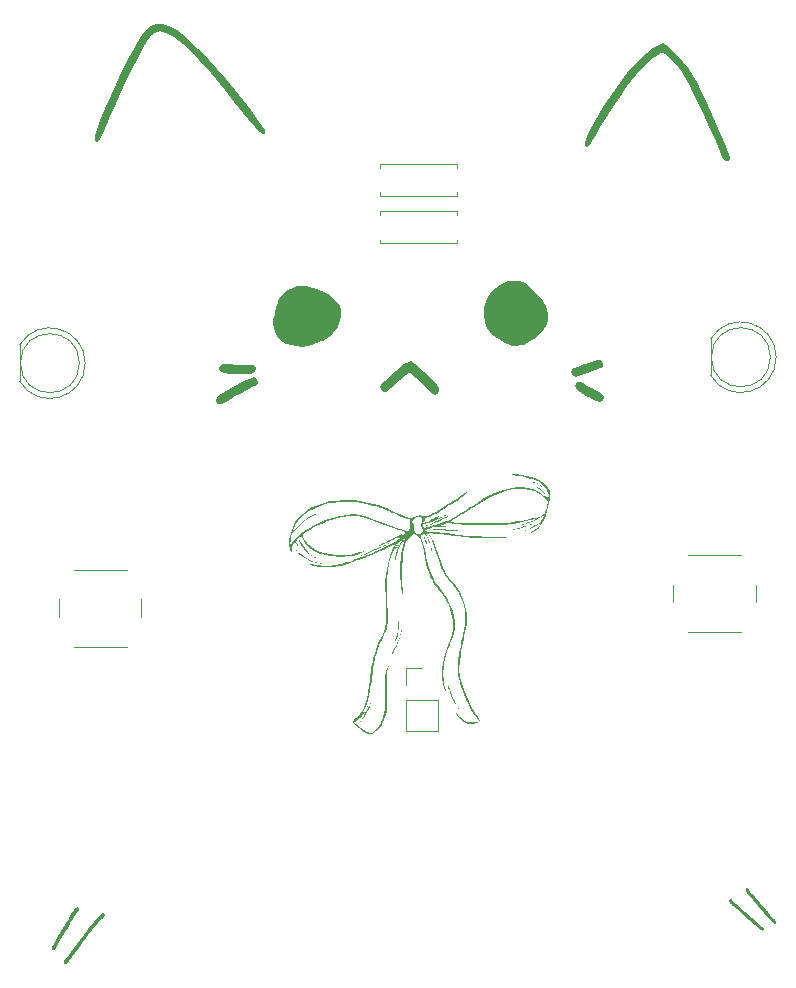
<source format=gbr>
%TF.GenerationSoftware,KiCad,Pcbnew,9.0.2*%
%TF.CreationDate,2025-06-01T15:12:09-05:00*%
%TF.ProjectId,first_pcb_project,66697273-745f-4706-9362-5f70726f6a65,rev?*%
%TF.SameCoordinates,Original*%
%TF.FileFunction,Legend,Top*%
%TF.FilePolarity,Positive*%
%FSLAX46Y46*%
G04 Gerber Fmt 4.6, Leading zero omitted, Abs format (unit mm)*
G04 Created by KiCad (PCBNEW 9.0.2) date 2025-06-01 15:12:09*
%MOMM*%
%LPD*%
G01*
G04 APERTURE LIST*
%ADD10C,0.000000*%
%ADD11C,0.120000*%
G04 APERTURE END LIST*
D10*
%TO.C,G\u002A\u002A\u002A*%
G36*
X113143156Y-140435346D02*
G01*
X113180571Y-140459088D01*
X113212892Y-140490437D01*
X113232367Y-140522645D01*
X113234878Y-140536082D01*
X113243954Y-140563287D01*
X113271532Y-140602974D01*
X113318141Y-140655712D01*
X113384306Y-140722068D01*
X113470555Y-140802611D01*
X113539416Y-140864419D01*
X113590616Y-140909805D01*
X113633840Y-140948078D01*
X113671655Y-140981440D01*
X113706627Y-141012091D01*
X113741322Y-141042234D01*
X113778307Y-141074069D01*
X113820147Y-141109798D01*
X113869410Y-141151623D01*
X113928661Y-141201745D01*
X114000466Y-141262364D01*
X114087393Y-141335684D01*
X114170202Y-141405516D01*
X114317008Y-141529399D01*
X114446247Y-141638674D01*
X114560186Y-141735317D01*
X114661092Y-141821302D01*
X114751230Y-141898605D01*
X114832868Y-141969203D01*
X114908270Y-142035070D01*
X114979704Y-142098182D01*
X115049436Y-142160515D01*
X115119732Y-142224044D01*
X115192858Y-142290745D01*
X115271081Y-142362593D01*
X115322585Y-142410085D01*
X115397214Y-142478579D01*
X115482139Y-142555881D01*
X115569025Y-142634440D01*
X115649536Y-142706708D01*
X115684990Y-142738297D01*
X115756625Y-142802094D01*
X115811183Y-142851555D01*
X115850987Y-142889430D01*
X115878360Y-142918469D01*
X115895627Y-142941422D01*
X115905111Y-142961041D01*
X115909135Y-142980075D01*
X115910022Y-143001276D01*
X115910028Y-143004691D01*
X115899026Y-143059122D01*
X115869686Y-143102041D01*
X115827509Y-143130412D01*
X115777994Y-143141198D01*
X115726643Y-143131362D01*
X115703428Y-143118745D01*
X115676591Y-143098436D01*
X115634825Y-143063694D01*
X115577508Y-143013963D01*
X115504014Y-142948690D01*
X115413719Y-142867318D01*
X115305999Y-142769294D01*
X115180228Y-142654061D01*
X115167346Y-142642223D01*
X115077683Y-142559981D01*
X114995091Y-142484647D01*
X114917076Y-142414042D01*
X114841144Y-142345988D01*
X114764801Y-142278308D01*
X114685553Y-142208825D01*
X114600905Y-142135360D01*
X114508363Y-142055736D01*
X114405434Y-141967775D01*
X114289623Y-141869299D01*
X114158437Y-141758132D01*
X114042766Y-141660307D01*
X113896700Y-141536739D01*
X113768846Y-141428293D01*
X113657563Y-141333525D01*
X113561215Y-141250991D01*
X113478163Y-141179249D01*
X113406769Y-141116854D01*
X113345396Y-141062364D01*
X113292405Y-141014335D01*
X113246158Y-140971324D01*
X113205017Y-140931888D01*
X113167344Y-140894582D01*
X113131502Y-140857964D01*
X113127431Y-140853740D01*
X113056233Y-140774679D01*
X113005934Y-140706179D01*
X112975298Y-140645442D01*
X112963092Y-140589672D01*
X112968079Y-140536070D01*
X112976031Y-140510780D01*
X113000230Y-140476707D01*
X113040029Y-140447248D01*
X113085247Y-140428926D01*
X113108397Y-140425960D01*
X113143156Y-140435346D01*
G37*
G36*
X114531795Y-139531103D02*
G01*
X114562934Y-139544089D01*
X114592347Y-139569945D01*
X114623777Y-139612116D01*
X114660971Y-139674049D01*
X114668008Y-139686559D01*
X114709201Y-139752621D01*
X114767778Y-139835004D01*
X114842438Y-139932165D01*
X114931880Y-140042558D01*
X115034804Y-140164637D01*
X115149909Y-140296857D01*
X115275893Y-140437674D01*
X115411458Y-140585542D01*
X115542800Y-140725721D01*
X115604180Y-140792217D01*
X115678486Y-140875695D01*
X115766278Y-140976808D01*
X115868116Y-141096209D01*
X115984562Y-141234552D01*
X116116176Y-141392488D01*
X116151413Y-141434988D01*
X116211679Y-141506600D01*
X116282532Y-141588990D01*
X116356906Y-141674045D01*
X116427737Y-141753653D01*
X116460297Y-141789627D01*
X116538542Y-141875944D01*
X116615898Y-141962227D01*
X116690264Y-142046056D01*
X116759544Y-142125012D01*
X116821638Y-142196675D01*
X116874448Y-142258625D01*
X116915875Y-142308442D01*
X116943821Y-142343706D01*
X116955587Y-142360762D01*
X116968633Y-142405990D01*
X116966979Y-142455613D01*
X116951317Y-142497287D01*
X116947644Y-142502287D01*
X116903599Y-142539518D01*
X116851581Y-142557374D01*
X116798516Y-142554898D01*
X116751330Y-142531138D01*
X116749496Y-142529588D01*
X116728952Y-142509316D01*
X116695855Y-142473781D01*
X116654304Y-142427495D01*
X116608394Y-142374975D01*
X116594382Y-142358674D01*
X116548281Y-142305434D01*
X116489483Y-142238447D01*
X116422724Y-142163054D01*
X116352738Y-142084598D01*
X116284261Y-142008423D01*
X116267856Y-141990277D01*
X116195001Y-141908839D01*
X116114562Y-141817320D01*
X116032751Y-141722891D01*
X115955780Y-141632725D01*
X115889858Y-141553992D01*
X115886969Y-141550492D01*
X115780233Y-141421614D01*
X115685306Y-141308387D01*
X115598083Y-141206087D01*
X115514461Y-141109990D01*
X115430336Y-141015374D01*
X115341602Y-140917514D01*
X115257980Y-140826624D01*
X115117429Y-140673851D01*
X114993649Y-140537492D01*
X114885081Y-140415729D01*
X114790163Y-140306746D01*
X114707339Y-140208726D01*
X114635046Y-140119853D01*
X114571727Y-140038309D01*
X114515822Y-139962278D01*
X114514603Y-139960568D01*
X114451594Y-139868681D01*
X114405669Y-139792833D01*
X114376035Y-139730386D01*
X114361899Y-139678703D01*
X114362470Y-139635147D01*
X114376955Y-139597080D01*
X114397176Y-139569755D01*
X114425617Y-139542602D01*
X114454319Y-139530360D01*
X114495183Y-139527540D01*
X114531795Y-139531103D01*
G37*
G36*
X107657901Y-68139390D02*
G01*
X108076284Y-68494375D01*
X108575808Y-69001508D01*
X109092607Y-69591644D01*
X109562813Y-70195638D01*
X109922559Y-70744346D01*
X109935707Y-70767668D01*
X110217841Y-71305168D01*
X110578429Y-72040125D01*
X110990535Y-72912231D01*
X111427219Y-73861179D01*
X111861543Y-74826662D01*
X112266570Y-75748371D01*
X112615361Y-76566000D01*
X112880978Y-77219241D01*
X113036483Y-77647787D01*
X113065789Y-77775106D01*
X112958090Y-77995392D01*
X112716480Y-77993001D01*
X112463191Y-77795005D01*
X112366052Y-77620132D01*
X112101703Y-76968353D01*
X111732578Y-76108802D01*
X111295240Y-75121564D01*
X110826254Y-74086726D01*
X110362185Y-73084372D01*
X109939596Y-72194587D01*
X109595053Y-71497458D01*
X109419190Y-71165739D01*
X108978733Y-70471643D01*
X108466263Y-69792516D01*
X108080250Y-69365075D01*
X107662912Y-68973950D01*
X107397004Y-68799938D01*
X107180293Y-68807886D01*
X106910548Y-68962641D01*
X106910322Y-68962789D01*
X106286754Y-69420715D01*
X105686046Y-69977933D01*
X105057272Y-70691174D01*
X104349507Y-71617168D01*
X103696915Y-72542415D01*
X103104233Y-73424760D01*
X102533637Y-74312383D01*
X102042751Y-75113145D01*
X101689200Y-75734905D01*
X101635716Y-75838233D01*
X101285409Y-76450517D01*
X101001581Y-76783693D01*
X100807092Y-76821537D01*
X100724802Y-76547823D01*
X100723535Y-76485671D01*
X100824740Y-76115767D01*
X101104242Y-75516706D01*
X101525872Y-74745666D01*
X102053463Y-73859822D01*
X102650846Y-72916354D01*
X103281852Y-71972436D01*
X103910313Y-71085248D01*
X104500061Y-70311965D01*
X104998838Y-69727032D01*
X105446232Y-69299324D01*
X105995580Y-68849163D01*
X106557755Y-68440854D01*
X107043635Y-68138703D01*
X107364093Y-68007016D01*
X107384528Y-68005696D01*
X107657901Y-68139390D01*
G37*
G36*
X65565693Y-66528750D02*
G01*
X66243929Y-66926327D01*
X67046567Y-67562305D01*
X68010676Y-68459623D01*
X68307975Y-68754182D01*
X68926764Y-69402324D01*
X69626408Y-70182234D01*
X70369497Y-71046947D01*
X71118621Y-71949498D01*
X71836371Y-72842924D01*
X72485336Y-73680259D01*
X73028108Y-74414539D01*
X73427277Y-74998799D01*
X73645432Y-75386074D01*
X73674943Y-75491953D01*
X73629195Y-75700196D01*
X73479541Y-75714060D01*
X73207358Y-75515385D01*
X72794029Y-75086010D01*
X72220933Y-74407774D01*
X71469450Y-73462517D01*
X71081281Y-72962248D01*
X70314109Y-71992452D01*
X69515331Y-71024676D01*
X68748482Y-70133036D01*
X68077101Y-69391651D01*
X67628779Y-68934814D01*
X66681954Y-68068950D01*
X65919530Y-67468489D01*
X65303622Y-67118535D01*
X64796340Y-67004189D01*
X64359797Y-67110552D01*
X63956107Y-67422726D01*
X63909138Y-67472159D01*
X63666699Y-67815653D01*
X63311859Y-68424903D01*
X62875329Y-69237790D01*
X62387821Y-70192193D01*
X61880044Y-71225994D01*
X61382708Y-72277073D01*
X60926526Y-73283311D01*
X60542206Y-74182590D01*
X60345213Y-74681048D01*
X59984754Y-75576148D01*
X59700576Y-76139941D01*
X59481658Y-76388055D01*
X59316977Y-76336112D01*
X59258572Y-76221474D01*
X59257407Y-75873993D01*
X59420955Y-75255632D01*
X59752471Y-74358028D01*
X60255208Y-73172821D01*
X60932422Y-71691648D01*
X61424333Y-70656400D01*
X62076254Y-69329236D01*
X62619269Y-68298191D01*
X63078328Y-67527625D01*
X63478383Y-66981897D01*
X63844384Y-66625367D01*
X64201281Y-66422395D01*
X64434155Y-66357047D01*
X64974791Y-66346636D01*
X65565693Y-66528750D01*
G37*
D11*
%TO.C,M1*%
X85578746Y-120936612D02*
X86958746Y-120936612D01*
X85578746Y-122316612D02*
X85578746Y-120936612D01*
X85578746Y-123586612D02*
X85578746Y-126236612D01*
X85578746Y-123586612D02*
X88338746Y-123586612D01*
X85578746Y-126236612D02*
X88338746Y-126236612D01*
X88338746Y-123586612D02*
X88338746Y-126236612D01*
%TO.C,D2*%
X111393746Y-93046612D02*
X111393746Y-96136612D01*
X111393746Y-93046782D02*
G75*
G02*
X116943746Y-94591612I2560000J-1544830D01*
G01*
X116943746Y-94591612D02*
G75*
G02*
X111393746Y-96136442I-2990000J0D01*
G01*
X116453746Y-94591612D02*
G75*
G02*
X111453746Y-94591612I-2500000J0D01*
G01*
X111453746Y-94591612D02*
G75*
G02*
X116453746Y-94591612I2500000J0D01*
G01*
%TO.C,D1*%
X52893746Y-93546612D02*
X52893746Y-96636612D01*
X52893746Y-93546782D02*
G75*
G02*
X58443746Y-95091612I2560000J-1544830D01*
G01*
X58443746Y-95091612D02*
G75*
G02*
X52893746Y-96636442I-2990000J0D01*
G01*
X57953746Y-95091612D02*
G75*
G02*
X52953746Y-95091612I-2500000J0D01*
G01*
X52953746Y-95091612D02*
G75*
G02*
X57953746Y-95091612I2500000J0D01*
G01*
%TO.C,SW1*%
X56208746Y-115091612D02*
X56208746Y-116591612D01*
X57458746Y-119091612D02*
X61958746Y-119091612D01*
X61958746Y-112591612D02*
X57458746Y-112591612D01*
X63208746Y-116591612D02*
X63208746Y-115091612D01*
%TO.C,SW2*%
X108208746Y-113841612D02*
X108208746Y-115341612D01*
X109458746Y-117841612D02*
X113958746Y-117841612D01*
X113958746Y-111341612D02*
X109458746Y-111341612D01*
X115208746Y-115341612D02*
X115208746Y-113841612D01*
%TO.C,R2*%
X83378746Y-82221612D02*
X89918746Y-82221612D01*
X83378746Y-82551612D02*
X83378746Y-82221612D01*
X83378746Y-84631612D02*
X83378746Y-84961612D01*
X83378746Y-84961612D02*
X89918746Y-84961612D01*
X89918746Y-82221612D02*
X89918746Y-82551612D01*
X89918746Y-84961612D02*
X89918746Y-84631612D01*
%TO.C,R1*%
X83378746Y-78221612D02*
X89918746Y-78221612D01*
X83378746Y-78551612D02*
X83378746Y-78221612D01*
X83378746Y-80631612D02*
X83378746Y-80961612D01*
X83378746Y-80961612D02*
X89918746Y-80961612D01*
X89918746Y-78221612D02*
X89918746Y-78551612D01*
X89918746Y-80961612D02*
X89918746Y-80631612D01*
D10*
%TO.C,G\u002A\u002A\u002A*%
G36*
X70375446Y-95163592D02*
G01*
X70541308Y-95178683D01*
X70806758Y-95193791D01*
X71140801Y-95207532D01*
X71512441Y-95218520D01*
X71689463Y-95222306D01*
X72123949Y-95233275D01*
X72443869Y-95251067D01*
X72665236Y-95280790D01*
X72804063Y-95327549D01*
X72876363Y-95396453D01*
X72898151Y-95492609D01*
X72888134Y-95604596D01*
X72850040Y-95764408D01*
X72780365Y-95875206D01*
X72657366Y-95946556D01*
X72459299Y-95988023D01*
X72164421Y-96009170D01*
X71953834Y-96015589D01*
X71579685Y-96016585D01*
X71174824Y-96005418D01*
X70804994Y-95984308D01*
X70667243Y-95972129D01*
X70292727Y-95920970D01*
X70032745Y-95851975D01*
X69871608Y-95757142D01*
X69793629Y-95628465D01*
X69780095Y-95519505D01*
X69833696Y-95319529D01*
X69987266Y-95195128D01*
X70229953Y-95152788D01*
X70375446Y-95163592D01*
G37*
G36*
X102058651Y-94848097D02*
G01*
X102087961Y-94859339D01*
X102237164Y-94998002D01*
X102296223Y-95178935D01*
X102260827Y-95359170D01*
X102150404Y-95481601D01*
X102059687Y-95522872D01*
X101875137Y-95594624D01*
X101621514Y-95688231D01*
X101323580Y-95795066D01*
X101006094Y-95906501D01*
X100693818Y-96013910D01*
X100411513Y-96108667D01*
X100183938Y-96182143D01*
X100035856Y-96225712D01*
X99991984Y-96233618D01*
X99929493Y-96209185D01*
X99836677Y-96172005D01*
X99658786Y-96044312D01*
X99594578Y-95863144D01*
X99644899Y-95665463D01*
X99691042Y-95595770D01*
X99763322Y-95532999D01*
X99880188Y-95469054D01*
X100060090Y-95395841D01*
X100321479Y-95305263D01*
X100682805Y-95189227D01*
X100849061Y-95137113D01*
X101270958Y-95007950D01*
X101586229Y-94918197D01*
X101811512Y-94864123D01*
X101963441Y-94842000D01*
X102058651Y-94848097D01*
G37*
G36*
X72829296Y-96292852D02*
G01*
X72840869Y-96298706D01*
X72998135Y-96447158D01*
X73068956Y-96650441D01*
X73059179Y-96777779D01*
X72984418Y-96862919D01*
X72800876Y-96988867D01*
X72520942Y-97147724D01*
X72301700Y-97260632D01*
X71950481Y-97443176D01*
X71541797Y-97666817D01*
X71128179Y-97902268D01*
X70785883Y-98105707D01*
X70490579Y-98280467D01*
X70225132Y-98427029D01*
X70013792Y-98532759D01*
X69880814Y-98585027D01*
X69859123Y-98588399D01*
X69720447Y-98538095D01*
X69620559Y-98443280D01*
X69533930Y-98292439D01*
X69514782Y-98161353D01*
X69573909Y-98032033D01*
X69722107Y-97886492D01*
X69970170Y-97706743D01*
X70122897Y-97606253D01*
X70400836Y-97435558D01*
X70757664Y-97229661D01*
X71154694Y-97010198D01*
X71553242Y-96798807D01*
X71710836Y-96718111D01*
X72077451Y-96534532D01*
X72347238Y-96405219D01*
X72538757Y-96323282D01*
X72670566Y-96281834D01*
X72761226Y-96273987D01*
X72829296Y-96292852D01*
G37*
G36*
X100411256Y-96692936D02*
G01*
X100596416Y-96784054D01*
X100764170Y-96884990D01*
X100860815Y-96962540D01*
X100928435Y-97005600D01*
X101089268Y-97094673D01*
X101319854Y-97217105D01*
X101596735Y-97360240D01*
X101620933Y-97372589D01*
X101970081Y-97558176D01*
X102209341Y-97708059D01*
X102349842Y-97835618D01*
X102402711Y-97954234D01*
X102379077Y-98077288D01*
X102306226Y-98196626D01*
X102182098Y-98317843D01*
X102062233Y-98372793D01*
X101952934Y-98350616D01*
X101759469Y-98280456D01*
X101513531Y-98174580D01*
X101350532Y-98097330D01*
X101092633Y-97968022D01*
X100875028Y-97853847D01*
X100727331Y-97770608D01*
X100684008Y-97741600D01*
X100582175Y-97681117D01*
X100549956Y-97674261D01*
X100469830Y-97638380D01*
X100324955Y-97546543D01*
X100220722Y-97472725D01*
X100051534Y-97332887D01*
X99969559Y-97211266D01*
X99946780Y-97064626D01*
X99946676Y-97049809D01*
X99995480Y-96840012D01*
X100122795Y-96704269D01*
X100299974Y-96664586D01*
X100411256Y-96692936D01*
G37*
G36*
X95134596Y-88141015D02*
G01*
X95479860Y-88241051D01*
X95816116Y-88425802D01*
X96168013Y-88707692D01*
X96419878Y-88952035D01*
X96855491Y-89422083D01*
X97187788Y-89838977D01*
X97424765Y-90217864D01*
X97574413Y-90573889D01*
X97644725Y-90922198D01*
X97644232Y-91272084D01*
X97609635Y-91522571D01*
X97545829Y-91739706D01*
X97437934Y-91947607D01*
X97271068Y-92170389D01*
X97030350Y-92432168D01*
X96767654Y-92692610D01*
X96418326Y-93018399D01*
X96124976Y-93256748D01*
X95861198Y-93421541D01*
X95600583Y-93526662D01*
X95316726Y-93585996D01*
X95019555Y-93611725D01*
X94761826Y-93621271D01*
X94573401Y-93611996D01*
X94407469Y-93573218D01*
X94217222Y-93494252D01*
X93972126Y-93372687D01*
X93435480Y-93071219D01*
X93015140Y-92765659D01*
X92697273Y-92441032D01*
X92468047Y-92082363D01*
X92313630Y-91674677D01*
X92279831Y-91540598D01*
X92202952Y-91127998D01*
X92183856Y-90785179D01*
X92223631Y-90464283D01*
X92311339Y-90152643D01*
X92495789Y-89659881D01*
X92689306Y-89272744D01*
X92911775Y-88966714D01*
X93183080Y-88717272D01*
X93523104Y-88499902D01*
X93743591Y-88386596D01*
X94031892Y-88253482D01*
X94253160Y-88172159D01*
X94453987Y-88130043D01*
X94680965Y-88114552D01*
X94755673Y-88113271D01*
X95134596Y-88141015D01*
G37*
G36*
X77194097Y-88584038D02*
G01*
X77473704Y-88618993D01*
X77761879Y-88688423D01*
X78072640Y-88787530D01*
X78695928Y-89045818D01*
X79208972Y-89356507D01*
X79609058Y-89714112D01*
X79893474Y-90113147D01*
X80059506Y-90548126D01*
X80104439Y-91013564D01*
X80025561Y-91503975D01*
X79820157Y-92013874D01*
X79740183Y-92158396D01*
X79455067Y-92530426D01*
X79058361Y-92874619D01*
X78568464Y-93175658D01*
X78444324Y-93237285D01*
X77849426Y-93485560D01*
X77307194Y-93633252D01*
X76791895Y-93684213D01*
X76277795Y-93642299D01*
X76048476Y-93596163D01*
X75803791Y-93538932D01*
X75576221Y-93485836D01*
X75480033Y-93463461D01*
X75199715Y-93337376D01*
X74932553Y-93106794D01*
X74696857Y-92797708D01*
X74510938Y-92436112D01*
X74393103Y-92047997D01*
X74368548Y-91885558D01*
X74371126Y-91540147D01*
X74444746Y-91112707D01*
X74471434Y-91002767D01*
X74537178Y-90737481D01*
X74591125Y-90508642D01*
X74624205Y-90355101D01*
X74628859Y-90328502D01*
X74663328Y-90187726D01*
X74686906Y-90132615D01*
X74730406Y-90032282D01*
X74790652Y-89864091D01*
X74807165Y-89813926D01*
X74976965Y-89486489D01*
X75262953Y-89176539D01*
X75650761Y-88898414D01*
X75816197Y-88806951D01*
X76049337Y-88691839D01*
X76232416Y-88621788D01*
X76413907Y-88585989D01*
X76642287Y-88573636D01*
X76864671Y-88573201D01*
X77194097Y-88584038D01*
G37*
G36*
X86187162Y-95007021D02*
G01*
X86371107Y-95133873D01*
X86585103Y-95322812D01*
X86603469Y-95339942D01*
X87150747Y-95856746D01*
X87598859Y-96291462D01*
X87949104Y-96645440D01*
X88202776Y-96920026D01*
X88361174Y-97116569D01*
X88425031Y-97233991D01*
X88422926Y-97433207D01*
X88334494Y-97598703D01*
X88190303Y-97711198D01*
X88020922Y-97751412D01*
X87856920Y-97700063D01*
X87787939Y-97635826D01*
X87665645Y-97498638D01*
X87472027Y-97296557D01*
X87231424Y-97053588D01*
X86968176Y-96793738D01*
X86706619Y-96541010D01*
X86471094Y-96319412D01*
X86285939Y-96152948D01*
X86274749Y-96143345D01*
X86081400Y-95983677D01*
X85956384Y-95900463D01*
X85872547Y-95881072D01*
X85802736Y-95912871D01*
X85793869Y-95919639D01*
X85563908Y-96102746D01*
X85322465Y-96299346D01*
X85096886Y-96486686D01*
X84914520Y-96642018D01*
X84802715Y-96742590D01*
X84793165Y-96752116D01*
X84674797Y-96864097D01*
X84500086Y-97018340D01*
X84301864Y-97187175D01*
X84112961Y-97342932D01*
X83966207Y-97457940D01*
X83907366Y-97498680D01*
X83750109Y-97524912D01*
X83590299Y-97455732D01*
X83461207Y-97321312D01*
X83396100Y-97151823D01*
X83402788Y-97041090D01*
X83468548Y-96933269D01*
X83609154Y-96775690D01*
X83796627Y-96599097D01*
X83835162Y-96565995D01*
X84068177Y-96365759D01*
X84349077Y-96119720D01*
X84629514Y-95870349D01*
X84726650Y-95782872D01*
X85100759Y-95449774D01*
X85399070Y-95203743D01*
X85639224Y-95040616D01*
X85838862Y-94956229D01*
X86015628Y-94946418D01*
X86187162Y-95007021D01*
G37*
G36*
X60025859Y-141665547D02*
G01*
X60078056Y-141729334D01*
X60093768Y-141805363D01*
X60086203Y-141846141D01*
X60059493Y-141894115D01*
X60007618Y-141956798D01*
X59924556Y-142041705D01*
X59837614Y-142125014D01*
X59695903Y-142269029D01*
X59534407Y-142451145D01*
X59360993Y-142662219D01*
X59229350Y-142832035D01*
X59138045Y-142952129D01*
X59018517Y-143108473D01*
X58876131Y-143294092D01*
X58716255Y-143502012D01*
X58544256Y-143725260D01*
X58365499Y-143956859D01*
X58185353Y-144189837D01*
X58060443Y-144351108D01*
X57890136Y-144571710D01*
X57724053Y-144788510D01*
X57566482Y-144995796D01*
X57421712Y-145187855D01*
X57294030Y-145358975D01*
X57187723Y-145503444D01*
X57107080Y-145615549D01*
X57060679Y-145683000D01*
X56960430Y-145828474D01*
X56879248Y-145928243D01*
X56812029Y-145985717D01*
X56753667Y-146004305D01*
X56699058Y-145987419D01*
X56656768Y-145952803D01*
X56611494Y-145898616D01*
X56590499Y-145855918D01*
X56590319Y-145853302D01*
X56608067Y-145799990D01*
X56661265Y-145705113D01*
X56749851Y-145568761D01*
X56873758Y-145391025D01*
X57032923Y-145171996D01*
X57227281Y-144911764D01*
X57456767Y-144610419D01*
X57709948Y-144282681D01*
X57828725Y-144129609D01*
X57960033Y-143960050D01*
X58089595Y-143792460D01*
X58203135Y-143645294D01*
X58225815Y-143615841D01*
X58323340Y-143489424D01*
X58419724Y-143364984D01*
X58504817Y-143255596D01*
X58568467Y-143174334D01*
X58576450Y-143164225D01*
X58628116Y-143097866D01*
X58705340Y-142997321D01*
X58800806Y-142872177D01*
X58907203Y-142732022D01*
X59017217Y-142586444D01*
X59021090Y-142581306D01*
X59159867Y-142403698D01*
X59302761Y-142232538D01*
X59444471Y-142073196D01*
X59579696Y-141931045D01*
X59703136Y-141811458D01*
X59809490Y-141719806D01*
X59893457Y-141661463D01*
X59948117Y-141641775D01*
X60025859Y-141665547D01*
G37*
G36*
X57865992Y-141211479D02*
G01*
X57888875Y-141236940D01*
X57926701Y-141316079D01*
X57915554Y-141385197D01*
X57853429Y-141455869D01*
X57850519Y-141458334D01*
X57820702Y-141486266D01*
X57786775Y-141524415D01*
X57746629Y-141576163D01*
X57698159Y-141644890D01*
X57639258Y-141733978D01*
X57567818Y-141846808D01*
X57481735Y-141986762D01*
X57378899Y-142157220D01*
X57257206Y-142361563D01*
X57114548Y-142603174D01*
X56948818Y-142885433D01*
X56757910Y-143211722D01*
X56755864Y-143215224D01*
X56613962Y-143457686D01*
X56477498Y-143690152D01*
X56349513Y-143907490D01*
X56233047Y-144104569D01*
X56131142Y-144276255D01*
X56046839Y-144417417D01*
X55983179Y-144522922D01*
X55943202Y-144587638D01*
X55936868Y-144597444D01*
X55852861Y-144703097D01*
X55775465Y-144754727D01*
X55704079Y-144752578D01*
X55651445Y-144712910D01*
X55614711Y-144647961D01*
X55604975Y-144598996D01*
X55618545Y-144556637D01*
X55656319Y-144476034D01*
X55713896Y-144365615D01*
X55786870Y-144233808D01*
X55870841Y-144089039D01*
X55875548Y-144081108D01*
X55951824Y-143952314D01*
X56050643Y-143784780D01*
X56166980Y-143587060D01*
X56295813Y-143367707D01*
X56432116Y-143135276D01*
X56570867Y-142898321D01*
X56707042Y-142665396D01*
X56713625Y-142654125D01*
X56883710Y-142363557D01*
X57029156Y-142116691D01*
X57152417Y-141909663D01*
X57255947Y-141738610D01*
X57342199Y-141599668D01*
X57413628Y-141488972D01*
X57472687Y-141402659D01*
X57521832Y-141336864D01*
X57563514Y-141287724D01*
X57600189Y-141251374D01*
X57609749Y-141243085D01*
X57701821Y-141189549D01*
X57791495Y-141178919D01*
X57865992Y-141211479D01*
G37*
G36*
X84146950Y-120698129D02*
G01*
X84139360Y-120761777D01*
X84104438Y-120884845D01*
X84038910Y-121081230D01*
X84029629Y-121108091D01*
X84011890Y-121197572D01*
X83997308Y-121357299D01*
X83985721Y-121591989D01*
X83976968Y-121906363D01*
X83970886Y-122305139D01*
X83967313Y-122793036D01*
X83966762Y-122939364D01*
X83961554Y-124604158D01*
X83804174Y-125056031D01*
X83723154Y-125274998D01*
X83637899Y-125483200D01*
X83561857Y-125648598D01*
X83532065Y-125704258D01*
X83393151Y-125906298D01*
X83221592Y-126102738D01*
X83035067Y-126278253D01*
X82851251Y-126417516D01*
X82687822Y-126505199D01*
X82582154Y-126527880D01*
X82486526Y-126506009D01*
X82346140Y-126452623D01*
X82256162Y-126411047D01*
X82088060Y-126311469D01*
X81905177Y-126179182D01*
X81802406Y-126092485D01*
X81645187Y-125952572D01*
X81480896Y-125812482D01*
X81391131Y-125739272D01*
X81288733Y-125649912D01*
X81231931Y-125583735D01*
X81227943Y-125563458D01*
X81272555Y-125581107D01*
X81377910Y-125647800D01*
X81529878Y-125753895D01*
X81714326Y-125889752D01*
X81786268Y-125944328D01*
X82014766Y-126115546D01*
X82186890Y-126234795D01*
X82318904Y-126311536D01*
X82427075Y-126355229D01*
X82527262Y-126375286D01*
X82631393Y-126383290D01*
X82712187Y-126371310D01*
X82792904Y-126327140D01*
X82896801Y-126238573D01*
X83027259Y-126112859D01*
X83276738Y-125829266D01*
X83464561Y-125518272D01*
X83484384Y-125477191D01*
X83571294Y-125289879D01*
X83641594Y-125125562D01*
X83697077Y-124971246D01*
X83739534Y-124813936D01*
X83770756Y-124640639D01*
X83792536Y-124438360D01*
X83806665Y-124194105D01*
X83814934Y-123894879D01*
X83819136Y-123527689D01*
X83821062Y-123079539D01*
X83821186Y-123034495D01*
X83823060Y-122594948D01*
X83826433Y-122239075D01*
X83831843Y-121955424D01*
X83839829Y-121732544D01*
X83850929Y-121558981D01*
X83865683Y-121423286D01*
X83884629Y-121314004D01*
X83906209Y-121227005D01*
X83986883Y-120960691D01*
X84052666Y-120784346D01*
X84105091Y-120694233D01*
X84130484Y-120680001D01*
X84146950Y-120698129D01*
G37*
G36*
X87625004Y-109659164D02*
G01*
X87636372Y-109671500D01*
X87700672Y-109748192D01*
X87760515Y-109835575D01*
X87820839Y-109945146D01*
X87886582Y-110088400D01*
X87962684Y-110276833D01*
X88054081Y-110521942D01*
X88165713Y-110835223D01*
X88291967Y-111197684D01*
X88463633Y-111683784D01*
X88615376Y-112089646D01*
X88752747Y-112426692D01*
X88881297Y-112706340D01*
X89006575Y-112940010D01*
X89134133Y-113139124D01*
X89269520Y-113315099D01*
X89382955Y-113442400D01*
X89825542Y-113963011D01*
X90177951Y-114492326D01*
X90445129Y-115039919D01*
X90632026Y-115615366D01*
X90714367Y-116018578D01*
X90757668Y-116336212D01*
X90777440Y-116624531D01*
X90772151Y-116907270D01*
X90740268Y-117208166D01*
X90680256Y-117550955D01*
X90590583Y-117959372D01*
X90588385Y-117968765D01*
X90535038Y-118207392D01*
X90475673Y-118489868D01*
X90420677Y-118766334D01*
X90405076Y-118848727D01*
X90353510Y-119121704D01*
X90293567Y-119433173D01*
X90235809Y-119728400D01*
X90218891Y-119813616D01*
X90138440Y-120394301D01*
X90132239Y-120975831D01*
X90200204Y-121585993D01*
X90213122Y-121661234D01*
X90354876Y-122280636D01*
X90559390Y-122919503D01*
X90815830Y-123552299D01*
X91113358Y-124153489D01*
X91441139Y-124697538D01*
X91593375Y-124913884D01*
X91713368Y-125082365D01*
X91805930Y-125225141D01*
X91859682Y-125323861D01*
X91868114Y-125356951D01*
X91821293Y-125417547D01*
X91729776Y-125497722D01*
X91720419Y-125504802D01*
X91620951Y-125560508D01*
X91489130Y-125593709D01*
X91297884Y-125610303D01*
X91223980Y-125612950D01*
X91029605Y-125612954D01*
X90858155Y-125603334D01*
X90743918Y-125586124D01*
X90736866Y-125584034D01*
X90498464Y-125469730D01*
X90259158Y-125291140D01*
X90048566Y-125074083D01*
X89902577Y-124856738D01*
X89862865Y-124752540D01*
X89860635Y-124686873D01*
X89889105Y-124677909D01*
X89941497Y-124743822D01*
X89943426Y-124747251D01*
X90030557Y-124869452D01*
X90163883Y-125019803D01*
X90318521Y-125173818D01*
X90469588Y-125307006D01*
X90592203Y-125394879D01*
X90612057Y-125405307D01*
X90822715Y-125473258D01*
X91081185Y-125511681D01*
X91343753Y-125516986D01*
X91566705Y-125485588D01*
X91572137Y-125484094D01*
X91698077Y-125445115D01*
X91774968Y-125414150D01*
X91786086Y-125404917D01*
X91762717Y-125356004D01*
X91706606Y-125262302D01*
X91638749Y-125157520D01*
X91583609Y-125079814D01*
X91293409Y-124685090D01*
X91062681Y-124330326D01*
X90898697Y-124026967D01*
X90823818Y-123863900D01*
X90767895Y-123735823D01*
X90740774Y-123665470D01*
X90739644Y-123659743D01*
X90721291Y-123605104D01*
X90673475Y-123490491D01*
X90615172Y-123359760D01*
X90396365Y-122833407D01*
X90214285Y-122284020D01*
X90133579Y-121992740D01*
X90081906Y-121782912D01*
X90046420Y-121598848D01*
X90024220Y-121413017D01*
X90012405Y-121197886D01*
X90008073Y-120925925D01*
X90007786Y-120798915D01*
X90009709Y-120536931D01*
X90017142Y-120307739D01*
X90032593Y-120092691D01*
X90058572Y-119873138D01*
X90097586Y-119630434D01*
X90152144Y-119345930D01*
X90224755Y-119000979D01*
X90289331Y-118706031D01*
X90408161Y-118149091D01*
X90499697Y-117669704D01*
X90564360Y-117254420D01*
X90602573Y-116889788D01*
X90614756Y-116562357D01*
X90601332Y-116258677D01*
X90562723Y-115965296D01*
X90499350Y-115668765D01*
X90411636Y-115355632D01*
X90395998Y-115305094D01*
X90343674Y-115151792D01*
X90279008Y-114993534D01*
X90193030Y-114811373D01*
X90076771Y-114586364D01*
X89921260Y-114299558D01*
X89911939Y-114282612D01*
X89843627Y-114174925D01*
X89738151Y-114036185D01*
X89586346Y-113855129D01*
X89379047Y-113620490D01*
X89318481Y-113553250D01*
X89167844Y-113381072D01*
X89037384Y-113216627D01*
X88921361Y-113047946D01*
X88814036Y-112863067D01*
X88709669Y-112650022D01*
X88602520Y-112396847D01*
X88486850Y-112091577D01*
X88356917Y-111722246D01*
X88206984Y-111276888D01*
X88163436Y-111145408D01*
X88058688Y-110836627D01*
X87954085Y-110543065D01*
X87856275Y-110282294D01*
X87771904Y-110071887D01*
X87707620Y-109929418D01*
X87693452Y-109902914D01*
X87602289Y-109734832D01*
X87559922Y-109635862D01*
X87567208Y-109609480D01*
X87625004Y-109659164D01*
G37*
G36*
X94899814Y-104486348D02*
G01*
X94913521Y-104487506D01*
X95404928Y-104548242D01*
X95875502Y-104642743D01*
X96308763Y-104765964D01*
X96688232Y-104912862D01*
X96997428Y-105078392D01*
X97113360Y-105160853D01*
X97417309Y-105429842D01*
X97633325Y-105688964D01*
X97766813Y-105946726D01*
X97823178Y-106211637D01*
X97825866Y-106282277D01*
X97806838Y-106575954D01*
X97751245Y-106911630D01*
X97664983Y-107273396D01*
X97553949Y-107645343D01*
X97424040Y-108011561D01*
X97281153Y-108356142D01*
X97131184Y-108663176D01*
X96980030Y-108916753D01*
X96833589Y-109100965D01*
X96756448Y-109167470D01*
X96541797Y-109308928D01*
X96352559Y-109417965D01*
X96206478Y-109485043D01*
X96134079Y-109502098D01*
X96083059Y-109484389D01*
X96110288Y-109437251D01*
X96206984Y-109369669D01*
X96321789Y-109310041D01*
X96476782Y-109222033D01*
X96629283Y-109109917D01*
X96767411Y-108986812D01*
X96879284Y-108865842D01*
X96953019Y-108760128D01*
X96976736Y-108682791D01*
X96938551Y-108646953D01*
X96923165Y-108645918D01*
X96876917Y-108675125D01*
X96875599Y-108684020D01*
X96836699Y-108723821D01*
X96734693Y-108793474D01*
X96591619Y-108880409D01*
X96429519Y-108972051D01*
X96270431Y-109055829D01*
X96136397Y-109119170D01*
X96066985Y-109145294D01*
X95988927Y-109160083D01*
X95994344Y-109135610D01*
X96080896Y-109073675D01*
X96246248Y-108976079D01*
X96388282Y-108897925D01*
X96753632Y-108677198D01*
X97026521Y-108458470D01*
X97209504Y-108239054D01*
X97305134Y-108016262D01*
X97320140Y-107917280D01*
X97354805Y-107765037D01*
X97412082Y-107643926D01*
X97465701Y-107534258D01*
X97524930Y-107369235D01*
X97571759Y-107204334D01*
X97650125Y-106886772D01*
X97515984Y-106693206D01*
X97259547Y-106402178D01*
X96928483Y-106152719D01*
X96536842Y-105951960D01*
X96098675Y-105807033D01*
X95628034Y-105725069D01*
X95603758Y-105722738D01*
X95347262Y-105717297D01*
X95029283Y-105738162D01*
X94678494Y-105781274D01*
X94323567Y-105842576D01*
X93993175Y-105918011D01*
X93780806Y-105980724D01*
X93376322Y-106134569D01*
X92930232Y-106335327D01*
X92472287Y-106567503D01*
X92032240Y-106815601D01*
X91639840Y-107064125D01*
X91470065Y-107184253D01*
X91353996Y-107264137D01*
X91172614Y-107381515D01*
X90942726Y-107525859D01*
X90681138Y-107686639D01*
X90404657Y-107853327D01*
X90352275Y-107884532D01*
X90089513Y-108040828D01*
X89851630Y-108182481D01*
X89651799Y-108301633D01*
X89503196Y-108390428D01*
X89418995Y-108441007D01*
X89407809Y-108447835D01*
X89365664Y-108503182D01*
X89375132Y-108532351D01*
X89441258Y-108553241D01*
X89591230Y-108573160D01*
X89813769Y-108591864D01*
X90097593Y-108609112D01*
X90431422Y-108624661D01*
X90803973Y-108638268D01*
X91203967Y-108649691D01*
X91620121Y-108658688D01*
X92041156Y-108665016D01*
X92455790Y-108668433D01*
X92852742Y-108668695D01*
X93220731Y-108665562D01*
X93548476Y-108658789D01*
X93824696Y-108648136D01*
X94038109Y-108633358D01*
X94044740Y-108632721D01*
X94297139Y-108601521D01*
X94617370Y-108551867D01*
X94980938Y-108488243D01*
X95363351Y-108415137D01*
X95740115Y-108337031D01*
X96079967Y-108260030D01*
X96294235Y-108212626D01*
X96435754Y-108191876D01*
X96522611Y-108196172D01*
X96565317Y-108216910D01*
X96618668Y-108237349D01*
X96698196Y-108216419D01*
X96823282Y-108147075D01*
X96909076Y-108091974D01*
X97049024Y-107996352D01*
X97153489Y-107918342D01*
X97200377Y-107874467D01*
X97200630Y-107873928D01*
X97248224Y-107838705D01*
X97296909Y-107857868D01*
X97303689Y-107881664D01*
X97264681Y-107930933D01*
X97216280Y-107953767D01*
X97128342Y-108001815D01*
X97011236Y-108089571D01*
X96966561Y-108128226D01*
X96829575Y-108228593D01*
X96632056Y-108344818D01*
X96403577Y-108462250D01*
X96173712Y-108566239D01*
X95972034Y-108642134D01*
X95876723Y-108668120D01*
X95771316Y-108687686D01*
X95747224Y-108679782D01*
X95792995Y-108638012D01*
X95805375Y-108628277D01*
X95909745Y-108569522D01*
X95980033Y-108552300D01*
X96070474Y-108533043D01*
X96199668Y-108486330D01*
X96338906Y-108425243D01*
X96459484Y-108362862D01*
X96532692Y-108312266D01*
X96542578Y-108295979D01*
X96506811Y-108276357D01*
X96459401Y-108287357D01*
X96290888Y-108341229D01*
X96046822Y-108404281D01*
X95745914Y-108472885D01*
X95406877Y-108543411D01*
X95048421Y-108612230D01*
X94689258Y-108675713D01*
X94348101Y-108730229D01*
X94043660Y-108772150D01*
X93852683Y-108792959D01*
X93613897Y-108808468D01*
X93311596Y-108818132D01*
X92958350Y-108822372D01*
X92566724Y-108821608D01*
X92149288Y-108816261D01*
X91718609Y-108806749D01*
X91287255Y-108793493D01*
X90867794Y-108776913D01*
X90472793Y-108757429D01*
X90114821Y-108735461D01*
X89806446Y-108711428D01*
X89560234Y-108685752D01*
X89388755Y-108658852D01*
X89325260Y-108641660D01*
X89227165Y-108621615D01*
X89105093Y-108636952D01*
X88930066Y-108691649D01*
X88911011Y-108698534D01*
X88714141Y-108774606D01*
X88606156Y-108828582D01*
X88584243Y-108863683D01*
X88645587Y-108883131D01*
X88744270Y-108889374D01*
X88913334Y-108902112D01*
X89068504Y-108926693D01*
X89098633Y-108934026D01*
X89118897Y-108948455D01*
X89053051Y-108955299D01*
X88909839Y-108954236D01*
X88740853Y-108947239D01*
X88452808Y-108938716D01*
X88223080Y-108948697D01*
X88016225Y-108979606D01*
X87908456Y-109004123D01*
X87742112Y-109049633D01*
X87615364Y-109091917D01*
X87553731Y-109122379D01*
X87552337Y-109124109D01*
X87492675Y-109154047D01*
X87380604Y-109176182D01*
X87371455Y-109177161D01*
X87269333Y-109193230D01*
X87245796Y-109223930D01*
X87278352Y-109279240D01*
X87315748Y-109313529D01*
X87380268Y-109340006D01*
X87486546Y-109361025D01*
X87649219Y-109378941D01*
X87882922Y-109396110D01*
X88077586Y-109407855D01*
X88367904Y-109426711D01*
X88657718Y-109449313D01*
X88918545Y-109473194D01*
X89121900Y-109495887D01*
X89169981Y-109502465D01*
X90032176Y-109617364D01*
X90844770Y-109700071D01*
X91646576Y-109753509D01*
X92476406Y-109780597D01*
X92927659Y-109785225D01*
X93332803Y-109788617D01*
X93650711Y-109796022D01*
X93889223Y-109808117D01*
X94056175Y-109825579D01*
X94159405Y-109849087D01*
X94206751Y-109879318D01*
X94211929Y-109896295D01*
X94167870Y-109910697D01*
X94034871Y-109920518D01*
X93811695Y-109925773D01*
X93497107Y-109926477D01*
X93089872Y-109922646D01*
X92630375Y-109915089D01*
X92150249Y-109905029D01*
X91743849Y-109893581D01*
X91389770Y-109879021D01*
X91066609Y-109859625D01*
X90752960Y-109833669D01*
X90427419Y-109799430D01*
X90068582Y-109755183D01*
X89655043Y-109699205D01*
X89265112Y-109644056D01*
X88957391Y-109603456D01*
X88646118Y-109568424D01*
X88346507Y-109540041D01*
X88073772Y-109519390D01*
X87843128Y-109507552D01*
X87669790Y-109505609D01*
X87568972Y-109514644D01*
X87551670Y-109522208D01*
X87474765Y-109542357D01*
X87409514Y-109512799D01*
X87330997Y-109468332D01*
X87300061Y-109470368D01*
X87316325Y-109530140D01*
X87379408Y-109658883D01*
X87403019Y-109704252D01*
X87477130Y-109860823D01*
X87550532Y-110040422D01*
X87615370Y-110220073D01*
X87663784Y-110376802D01*
X87687918Y-110487633D01*
X87684623Y-110527657D01*
X87658937Y-110500445D01*
X87618392Y-110407044D01*
X87597382Y-110346623D01*
X87542042Y-110198462D01*
X87461395Y-110007843D01*
X87376773Y-109824226D01*
X87285362Y-109649745D01*
X87216289Y-109554882D01*
X87161395Y-109529144D01*
X87149574Y-109532030D01*
X87085979Y-109576872D01*
X87077097Y-109599010D01*
X87036675Y-109635355D01*
X86970075Y-109653378D01*
X86913158Y-109669429D01*
X86882106Y-109706870D01*
X86878460Y-109779169D01*
X86903766Y-109899797D01*
X86959566Y-110082223D01*
X87047404Y-110339918D01*
X87049403Y-110345658D01*
X87123529Y-110585013D01*
X87201664Y-110881667D01*
X87274738Y-111198692D01*
X87333682Y-111499159D01*
X87336035Y-111512734D01*
X87433807Y-112014412D01*
X87547109Y-112449137D01*
X87686373Y-112840902D01*
X87862032Y-113213701D01*
X88084519Y-113591524D01*
X88364264Y-113998366D01*
X88491936Y-114171145D01*
X88811049Y-114613207D01*
X89067760Y-115009830D01*
X89270834Y-115378698D01*
X89429040Y-115737497D01*
X89551142Y-116103914D01*
X89645908Y-116495635D01*
X89647149Y-116501705D01*
X89712835Y-116891104D01*
X89738098Y-117241323D01*
X89720291Y-117576820D01*
X89656772Y-117922051D01*
X89544895Y-118301473D01*
X89413970Y-118658465D01*
X89346551Y-118835688D01*
X89295079Y-118979304D01*
X89267714Y-119066213D01*
X89265331Y-119079367D01*
X89246634Y-119146454D01*
X89201296Y-119256408D01*
X89195200Y-119269629D01*
X89105337Y-119501929D01*
X89015764Y-119803977D01*
X88932014Y-120150537D01*
X88859617Y-120516371D01*
X88804108Y-120876241D01*
X88771046Y-121204492D01*
X88761452Y-121533227D01*
X88779832Y-121855078D01*
X88829487Y-122197421D01*
X88913716Y-122587631D01*
X88959834Y-122770987D01*
X89005842Y-122961416D01*
X89022192Y-123063652D01*
X89008922Y-123077012D01*
X88966074Y-123000814D01*
X88948696Y-122963147D01*
X88826600Y-122620434D01*
X88734009Y-122209442D01*
X88675790Y-121753777D01*
X88664205Y-121583746D01*
X88656834Y-121229560D01*
X88675034Y-120883435D01*
X88722017Y-120529554D01*
X88800999Y-120152100D01*
X88915192Y-119735256D01*
X89067810Y-119263206D01*
X89226341Y-118817127D01*
X89376783Y-118388417D01*
X89486754Y-118026151D01*
X89558719Y-117711883D01*
X89595143Y-117427169D01*
X89598491Y-117153561D01*
X89571230Y-116872615D01*
X89522768Y-116599250D01*
X89439798Y-116242295D01*
X89340274Y-115913739D01*
X89216544Y-115598835D01*
X89060957Y-115282836D01*
X88865859Y-114950993D01*
X88623601Y-114588559D01*
X88326529Y-114180786D01*
X88142549Y-113939043D01*
X88001787Y-113749374D01*
X87872125Y-113562622D01*
X87772598Y-113406742D01*
X87737691Y-113344474D01*
X87624731Y-113089060D01*
X87510582Y-112771400D01*
X87405484Y-112423690D01*
X87319679Y-112078124D01*
X87292572Y-111945169D01*
X87244856Y-111691697D01*
X87192792Y-111414121D01*
X87146780Y-111167901D01*
X87142161Y-111143109D01*
X87088560Y-110895112D01*
X87017192Y-110620035D01*
X86936478Y-110345994D01*
X86854840Y-110101106D01*
X86780699Y-109913484D01*
X86762209Y-109874605D01*
X86651098Y-109744223D01*
X86483364Y-109645105D01*
X86296980Y-109598428D01*
X86264834Y-109597229D01*
X86122569Y-109642303D01*
X85953071Y-109776580D01*
X85758061Y-109998644D01*
X85724453Y-110042429D01*
X85620700Y-110230202D01*
X85525153Y-110503284D01*
X85439816Y-110852055D01*
X85366695Y-111266897D01*
X85307794Y-111738189D01*
X85266044Y-112241743D01*
X85243416Y-112635469D01*
X85232163Y-112963772D01*
X85233561Y-113254759D01*
X85248886Y-113536538D01*
X85279415Y-113837217D01*
X85326423Y-114184903D01*
X85366211Y-114448074D01*
X85384791Y-114609039D01*
X85389081Y-114740234D01*
X85381628Y-114828481D01*
X85364981Y-114860600D01*
X85341686Y-114823412D01*
X85315478Y-114710525D01*
X85287471Y-114564722D01*
X85247204Y-114369904D01*
X85206173Y-114180858D01*
X85166367Y-113930447D01*
X85138839Y-113595960D01*
X85124378Y-113187754D01*
X85123006Y-113086850D01*
X85123094Y-112546215D01*
X85136262Y-112081168D01*
X85164420Y-111672827D01*
X85209482Y-111302306D01*
X85273360Y-110950722D01*
X85357966Y-110599190D01*
X85384852Y-110500975D01*
X85420991Y-110342177D01*
X85436263Y-110211038D01*
X85431934Y-110155890D01*
X85442902Y-110071007D01*
X85480099Y-110043884D01*
X85529735Y-109997434D01*
X85525788Y-109968968D01*
X85537997Y-109910904D01*
X85597409Y-109852341D01*
X85674196Y-109769547D01*
X85697477Y-109701555D01*
X85684492Y-109671428D01*
X85854249Y-109671428D01*
X85859105Y-109692360D01*
X85906092Y-109662894D01*
X85955910Y-109617615D01*
X86012127Y-109542808D01*
X86029908Y-109483913D01*
X86003870Y-109468296D01*
X85983346Y-109478157D01*
X85933981Y-109529001D01*
X85883965Y-109605465D01*
X85854249Y-109671428D01*
X85684492Y-109671428D01*
X85682145Y-109665983D01*
X85629167Y-109698327D01*
X85564171Y-109763709D01*
X85448920Y-109917125D01*
X85317213Y-110140769D01*
X85178888Y-110413444D01*
X85043781Y-110713953D01*
X84921730Y-111021098D01*
X84822572Y-111313681D01*
X84787306Y-111437732D01*
X84730236Y-111645131D01*
X84691405Y-111764990D01*
X84671516Y-111795493D01*
X84671014Y-111737679D01*
X84697876Y-111527406D01*
X84738814Y-111310488D01*
X84786473Y-111120645D01*
X84833501Y-110991596D01*
X84833863Y-110990883D01*
X84874448Y-110905198D01*
X84938779Y-110763035D01*
X85012518Y-110596106D01*
X85094878Y-110417887D01*
X85177324Y-110256267D01*
X85237528Y-110153386D01*
X85290805Y-110056269D01*
X85302030Y-109995403D01*
X85299728Y-109992020D01*
X85241079Y-109992069D01*
X85156562Y-110083203D01*
X85046457Y-110265042D01*
X84933556Y-110489380D01*
X84848623Y-110660874D01*
X84777597Y-110790821D01*
X84730422Y-110861712D01*
X84718006Y-110868975D01*
X84725140Y-110817594D01*
X84766681Y-110705595D01*
X84833685Y-110557041D01*
X84834988Y-110554346D01*
X84914087Y-110374354D01*
X84942721Y-110272920D01*
X84925919Y-110251339D01*
X84868712Y-110310903D01*
X84776130Y-110452903D01*
X84733050Y-110528152D01*
X84551259Y-110884804D01*
X84401366Y-111249329D01*
X84277541Y-111641363D01*
X84173951Y-112080544D01*
X84084768Y-112586509D01*
X84049094Y-112831686D01*
X84013696Y-113172449D01*
X83989814Y-113581568D01*
X83977603Y-114032948D01*
X83977219Y-114500494D01*
X83988818Y-114958113D01*
X84012557Y-115379708D01*
X84032542Y-115603103D01*
X84062422Y-115971323D01*
X84077207Y-116348801D01*
X84077212Y-116713535D01*
X84062752Y-117043523D01*
X84034144Y-117316760D01*
X84005873Y-117462461D01*
X83960432Y-117602622D01*
X83881420Y-117807261D01*
X83777472Y-118055599D01*
X83657222Y-118326857D01*
X83558342Y-118539551D01*
X83435960Y-118802588D01*
X83326899Y-119047329D01*
X83238541Y-119256384D01*
X83178268Y-119412362D01*
X83154512Y-119490862D01*
X83121468Y-119633429D01*
X83084065Y-119749136D01*
X83082652Y-119752473D01*
X83052052Y-119842277D01*
X83007618Y-119995174D01*
X82957794Y-120181771D01*
X82946016Y-120228128D01*
X82913363Y-120363934D01*
X82884344Y-120500996D01*
X82857158Y-120652250D01*
X82830005Y-120830631D01*
X82801084Y-121049075D01*
X82768595Y-121320516D01*
X82730739Y-121657889D01*
X82685714Y-122074130D01*
X82674588Y-122178315D01*
X82597259Y-122768523D01*
X82497936Y-123279632D01*
X82372677Y-123725948D01*
X82217538Y-124121775D01*
X82049686Y-124445682D01*
X81949387Y-124624699D01*
X81902463Y-124726113D01*
X81908971Y-124749629D01*
X81968967Y-124694954D01*
X82011309Y-124647231D01*
X82093338Y-124566068D01*
X82127220Y-124560520D01*
X82109006Y-124621957D01*
X82046728Y-124724612D01*
X81881137Y-124936130D01*
X81684117Y-125125898D01*
X81426920Y-125321598D01*
X81426410Y-125321955D01*
X81262915Y-125435361D01*
X81161945Y-125500194D01*
X81108466Y-125522969D01*
X81087443Y-125510197D01*
X81083839Y-125470361D01*
X81116036Y-125411919D01*
X81202277Y-125306789D01*
X81327037Y-125173168D01*
X81396840Y-125103478D01*
X81503905Y-124984683D01*
X81702191Y-124984683D01*
X81725974Y-125008465D01*
X81749757Y-124984683D01*
X81725974Y-124960900D01*
X81702191Y-124984683D01*
X81503905Y-124984683D01*
X81632512Y-124841986D01*
X81797322Y-124841986D01*
X81821105Y-124865769D01*
X81844888Y-124841986D01*
X81821105Y-124818203D01*
X81797322Y-124841986D01*
X81632512Y-124841986D01*
X81688156Y-124780246D01*
X81932317Y-124421220D01*
X82132869Y-124016726D01*
X82293357Y-123557090D01*
X82417329Y-123032637D01*
X82508329Y-122433695D01*
X82556243Y-121940488D01*
X82589169Y-121548945D01*
X82622929Y-121224437D01*
X82661891Y-120938933D01*
X82710421Y-120664403D01*
X82772884Y-120372816D01*
X82851618Y-120044333D01*
X82946323Y-119681620D01*
X83040125Y-119372767D01*
X83145002Y-119085542D01*
X83272931Y-118787712D01*
X83435891Y-118447045D01*
X83472674Y-118373072D01*
X83622822Y-118068182D01*
X83734374Y-117823520D01*
X83813003Y-117615114D01*
X83864380Y-117418987D01*
X83894178Y-117211167D01*
X83908071Y-116967678D01*
X83911729Y-116664545D01*
X83911590Y-116518016D01*
X83908897Y-116206943D01*
X83902657Y-115832714D01*
X83893581Y-115427210D01*
X83882379Y-115022310D01*
X83870254Y-114662960D01*
X83857347Y-114270550D01*
X83851719Y-113949644D01*
X83853912Y-113676853D01*
X83864471Y-113428789D01*
X83883939Y-113182064D01*
X83910447Y-112933909D01*
X83964132Y-112565171D01*
X84039163Y-112179120D01*
X84129538Y-111799306D01*
X84229252Y-111449276D01*
X84332301Y-111152581D01*
X84409468Y-110976630D01*
X84522712Y-110748736D01*
X84596585Y-110592228D01*
X84636444Y-110494528D01*
X84647648Y-110443063D01*
X84642765Y-110429064D01*
X84593774Y-110440284D01*
X84480521Y-110489471D01*
X84321702Y-110568025D01*
X84195140Y-110634954D01*
X83982433Y-110743805D01*
X83703522Y-110877220D01*
X83380869Y-111025285D01*
X83036933Y-111178084D01*
X82694175Y-111325704D01*
X82375054Y-111458230D01*
X82102032Y-111565748D01*
X82006528Y-111601057D01*
X81805510Y-111673216D01*
X81595980Y-111748183D01*
X81488146Y-111786641D01*
X81295819Y-111859505D01*
X81095879Y-111941743D01*
X81032645Y-111969534D01*
X80880165Y-112025214D01*
X80656388Y-112090215D01*
X80384044Y-112159414D01*
X80085865Y-112227688D01*
X79784582Y-112289914D01*
X79502925Y-112340968D01*
X79263626Y-112375727D01*
X79200361Y-112382510D01*
X78985940Y-112390637D01*
X78734221Y-112381107D01*
X78463985Y-112356857D01*
X78194015Y-112320826D01*
X77943090Y-112275952D01*
X77729993Y-112225171D01*
X77573504Y-112171422D01*
X77492404Y-112117643D01*
X77490712Y-112115084D01*
X77493738Y-112079383D01*
X77570409Y-112075691D01*
X77726507Y-112104420D01*
X77882735Y-112143150D01*
X78053135Y-112177544D01*
X78281524Y-112209677D01*
X78530799Y-112234748D01*
X78657996Y-112243491D01*
X78865560Y-112252420D01*
X79043699Y-112251759D01*
X79218041Y-112238917D01*
X79414209Y-112211306D01*
X79657829Y-112166335D01*
X79890731Y-112118901D01*
X80115097Y-112070283D01*
X80327094Y-112019223D01*
X80539974Y-111961395D01*
X80766990Y-111892473D01*
X81021396Y-111808130D01*
X81316444Y-111704042D01*
X81665389Y-111575881D01*
X82081483Y-111419322D01*
X82368109Y-111310252D01*
X82546895Y-111240096D01*
X82783565Y-111144506D01*
X83048565Y-111035526D01*
X83295637Y-110932251D01*
X83626156Y-110782945D01*
X83981300Y-110605776D01*
X84328721Y-110417910D01*
X84636068Y-110236511D01*
X84770169Y-110149862D01*
X84991165Y-110000161D01*
X85142924Y-109893421D01*
X85235453Y-109819969D01*
X85278757Y-109770130D01*
X85282842Y-109734230D01*
X85257714Y-109702594D01*
X85244498Y-109691260D01*
X85189242Y-109660310D01*
X85174531Y-109709602D01*
X85174476Y-109716967D01*
X85139182Y-109812173D01*
X85091236Y-109863975D01*
X85001820Y-109918427D01*
X84956339Y-109921797D01*
X84971741Y-109874899D01*
X84984214Y-109858840D01*
X85023069Y-109802768D01*
X85000940Y-109793810D01*
X84908332Y-109831614D01*
X84860716Y-109854278D01*
X84735334Y-109913193D01*
X84571376Y-109988116D01*
X84484775Y-110026984D01*
X84326217Y-110102906D01*
X84125087Y-110206504D01*
X83920883Y-110317344D01*
X83890206Y-110334587D01*
X83700201Y-110434679D01*
X83523965Y-110514633D01*
X83377225Y-110569010D01*
X83275712Y-110592369D01*
X83235155Y-110579270D01*
X83241671Y-110558896D01*
X83305792Y-110513676D01*
X83402210Y-110479566D01*
X83529128Y-110431988D01*
X83673932Y-110355597D01*
X83699944Y-110339250D01*
X83802303Y-110279900D01*
X83970349Y-110190518D01*
X84183710Y-110081618D01*
X84422014Y-109963712D01*
X84514700Y-109918816D01*
X84743170Y-109806509D01*
X84940761Y-109704985D01*
X85091605Y-109622738D01*
X85179834Y-109568264D01*
X85195316Y-109554425D01*
X85251763Y-109504376D01*
X85290212Y-109522222D01*
X85284684Y-109578980D01*
X85274917Y-109629333D01*
X85320182Y-109620168D01*
X85357525Y-109601089D01*
X85440370Y-109572886D01*
X85459869Y-109595556D01*
X85422751Y-109642004D01*
X85404376Y-109644795D01*
X85371955Y-109663485D01*
X85379444Y-109675356D01*
X85435959Y-109679873D01*
X85499768Y-109623053D01*
X85546016Y-109533096D01*
X85555000Y-109476180D01*
X85552688Y-109454533D01*
X85650131Y-109454533D01*
X85686327Y-109500716D01*
X85697697Y-109502098D01*
X85743880Y-109465902D01*
X85745262Y-109454533D01*
X85709066Y-109408349D01*
X85697697Y-109406967D01*
X85651513Y-109443163D01*
X85650131Y-109454533D01*
X85552688Y-109454533D01*
X85549546Y-109425105D01*
X85524029Y-109383631D01*
X85464723Y-109345698D01*
X85357897Y-109305247D01*
X85189822Y-109256218D01*
X84946770Y-109192552D01*
X84865300Y-109171758D01*
X84579020Y-109090001D01*
X84231182Y-108974372D01*
X83815536Y-108822608D01*
X83325831Y-108632449D01*
X82891330Y-108457199D01*
X82507855Y-108305296D01*
X82188770Y-108191957D01*
X81913590Y-108112773D01*
X81661833Y-108063336D01*
X81413014Y-108039237D01*
X81146652Y-108036070D01*
X80964925Y-108042624D01*
X80685539Y-108063174D01*
X80388193Y-108096217D01*
X80115168Y-108136560D01*
X79966049Y-108165278D01*
X79758191Y-108218887D01*
X79500124Y-108296929D01*
X79213107Y-108391753D01*
X78918400Y-108495709D01*
X78637265Y-108601146D01*
X78390961Y-108700414D01*
X78200749Y-108785861D01*
X78116367Y-108830905D01*
X77979620Y-108903458D01*
X77853167Y-108955389D01*
X77849382Y-108956560D01*
X77763013Y-108996942D01*
X77624889Y-109076447D01*
X77455879Y-109181362D01*
X77276853Y-109297975D01*
X77108680Y-109412573D01*
X76972228Y-109511445D01*
X76888367Y-109580877D01*
X76874256Y-109597282D01*
X76875311Y-109672999D01*
X76921427Y-109803973D01*
X77000894Y-109969124D01*
X77102003Y-110147375D01*
X77213045Y-110317645D01*
X77322311Y-110458856D01*
X77392266Y-110529809D01*
X77755530Y-110785372D01*
X78188799Y-110996470D01*
X78676689Y-111160572D01*
X79203814Y-111275144D01*
X79754786Y-111337652D01*
X80314222Y-111345563D01*
X80866733Y-111296345D01*
X81393015Y-111188526D01*
X81669739Y-111114551D01*
X81865557Y-111064733D01*
X81991009Y-111037007D01*
X82056635Y-111029309D01*
X82072974Y-111039575D01*
X82058933Y-111058103D01*
X81981814Y-111102252D01*
X81832469Y-111163702D01*
X81630647Y-111235461D01*
X81396098Y-111310535D01*
X81148570Y-111381928D01*
X81131405Y-111386570D01*
X80890351Y-111431371D01*
X80580940Y-111459116D01*
X80228352Y-111470103D01*
X79857765Y-111464632D01*
X79494357Y-111442999D01*
X79163307Y-111405503D01*
X78922075Y-111360416D01*
X78727184Y-111316064D01*
X78561478Y-111281875D01*
X78451214Y-111263128D01*
X78428304Y-111261134D01*
X78332082Y-111236226D01*
X78178463Y-111170526D01*
X77989510Y-111075552D01*
X77787285Y-110962821D01*
X77593851Y-110843849D01*
X77479197Y-110765693D01*
X77232992Y-110550358D01*
X77027478Y-110281511D01*
X76858855Y-109965862D01*
X76794170Y-109838978D01*
X76740601Y-109757659D01*
X76719457Y-109741345D01*
X76667232Y-109771044D01*
X76568025Y-109846596D01*
X76469981Y-109928765D01*
X76351741Y-110037197D01*
X76296783Y-110109355D01*
X76292909Y-110166868D01*
X76312650Y-110207700D01*
X76364587Y-110304600D01*
X76420665Y-110425747D01*
X76468527Y-110541711D01*
X76495815Y-110623058D01*
X76495705Y-110643671D01*
X76463112Y-110607075D01*
X76397533Y-110513033D01*
X76343544Y-110429711D01*
X76263398Y-110310156D01*
X76202458Y-110232459D01*
X76181455Y-110215666D01*
X76140649Y-110254916D01*
X76079575Y-110353523D01*
X76013329Y-110482532D01*
X75957007Y-110612987D01*
X75929030Y-110699827D01*
X75923081Y-110844952D01*
X75945505Y-110949546D01*
X75966475Y-111037488D01*
X75951407Y-111071761D01*
X75878407Y-111027349D01*
X75815512Y-110906335D01*
X75766756Y-110727057D01*
X75736174Y-110507851D01*
X75729038Y-110302640D01*
X75823301Y-110302640D01*
X75838615Y-110391106D01*
X75869533Y-110410320D01*
X75909420Y-110349074D01*
X75922547Y-110312069D01*
X75994391Y-110188803D01*
X76136795Y-110029142D01*
X76337056Y-109842706D01*
X76582473Y-109639115D01*
X76860344Y-109427989D01*
X77157965Y-109218947D01*
X77462635Y-109021610D01*
X77761652Y-108845597D01*
X78042313Y-108700527D01*
X78063727Y-108690484D01*
X78757780Y-108393918D01*
X79412840Y-108169967D01*
X80045543Y-108014074D01*
X80672524Y-107921685D01*
X80950183Y-107900017D01*
X81194401Y-107890208D01*
X81411317Y-107893799D01*
X81618138Y-107914663D01*
X81832070Y-107956672D01*
X82070319Y-108023699D01*
X82350091Y-108119614D01*
X82688591Y-108248292D01*
X82938895Y-108347582D01*
X83453686Y-108549757D01*
X83939426Y-108732629D01*
X84388248Y-108893673D01*
X84792286Y-109030363D01*
X85143671Y-109140172D01*
X85434537Y-109220574D01*
X85657017Y-109269043D01*
X85803242Y-109283052D01*
X85838186Y-109278556D01*
X85873014Y-109252636D01*
X85895407Y-109185887D01*
X85907905Y-109061839D01*
X85909623Y-108995793D01*
X86069265Y-108995793D01*
X86084845Y-109177025D01*
X86119407Y-109299945D01*
X86183756Y-109391502D01*
X86224124Y-109395270D01*
X86232255Y-109317281D01*
X86217043Y-109228596D01*
X86189896Y-109067934D01*
X86176854Y-108898786D01*
X86178308Y-108750264D01*
X86194647Y-108651476D01*
X86209026Y-108629504D01*
X86227216Y-108661303D01*
X86240909Y-108765797D01*
X86247202Y-108920560D01*
X86247238Y-108924590D01*
X86273002Y-109211489D01*
X86344026Y-109417466D01*
X86458755Y-109541123D01*
X86615633Y-109581061D01*
X86813103Y-109535883D01*
X86888730Y-109501132D01*
X87029666Y-109396912D01*
X87078416Y-109273176D01*
X87035425Y-109126838D01*
X86958184Y-109017768D01*
X86858308Y-108842083D01*
X86852839Y-108660605D01*
X86917295Y-108504727D01*
X86971445Y-108338449D01*
X86963954Y-108247669D01*
X86929612Y-108165010D01*
X86861577Y-108129584D01*
X86747727Y-108122697D01*
X86546391Y-108154752D01*
X86353261Y-108239343D01*
X86200182Y-108359115D01*
X86132334Y-108458089D01*
X86093553Y-108600987D01*
X86072349Y-108792001D01*
X86069265Y-108995793D01*
X85909623Y-108995793D01*
X85913050Y-108864021D01*
X85913531Y-108790067D01*
X85915320Y-108320886D01*
X85699486Y-108250906D01*
X85505472Y-108183856D01*
X85271395Y-108096779D01*
X85022243Y-107999657D01*
X84783005Y-107902471D01*
X84578667Y-107815200D01*
X84434217Y-107747827D01*
X84415466Y-107738024D01*
X84177329Y-107616610D01*
X83935009Y-107504740D01*
X83717600Y-107415180D01*
X83557247Y-107361490D01*
X83447612Y-107332088D01*
X83270306Y-107283898D01*
X83049354Y-107223473D01*
X82808781Y-107157367D01*
X82796199Y-107153901D01*
X82307679Y-107028103D01*
X81873889Y-106938262D01*
X81463142Y-106880553D01*
X81043752Y-106851157D01*
X80584033Y-106846251D01*
X80299008Y-106852718D01*
X79820937Y-106875646D01*
X79414260Y-106913957D01*
X79055937Y-106971545D01*
X78722926Y-107052303D01*
X78392188Y-107160124D01*
X78318998Y-107187274D01*
X77806845Y-107399507D01*
X77377546Y-107621104D01*
X77018825Y-107861933D01*
X76718407Y-108131860D01*
X76464014Y-108440753D01*
X76243372Y-108798478D01*
X76191927Y-108896931D01*
X76118985Y-109057105D01*
X76077223Y-109180978D01*
X76067273Y-109256621D01*
X76089766Y-109272107D01*
X76145332Y-109215508D01*
X76177532Y-109169139D01*
X76274995Y-109045172D01*
X76425447Y-108883088D01*
X76607619Y-108704236D01*
X76800241Y-108529963D01*
X76888396Y-108455656D01*
X77031166Y-108349129D01*
X77207859Y-108232648D01*
X77400427Y-108116192D01*
X77590823Y-108009739D01*
X77760998Y-107923266D01*
X77892904Y-107866752D01*
X77968493Y-107850175D01*
X77976924Y-107853860D01*
X77953808Y-107887608D01*
X77866800Y-107947070D01*
X77738762Y-108018926D01*
X77592555Y-108089856D01*
X77516423Y-108122157D01*
X77401916Y-108172802D01*
X77331773Y-108212941D01*
X77326161Y-108218267D01*
X77276520Y-108259362D01*
X77173118Y-108334602D01*
X77076321Y-108401707D01*
X76953327Y-108497114D01*
X76787338Y-108641930D01*
X76600456Y-108816194D01*
X76421447Y-108993137D01*
X76214567Y-109212065D01*
X76067190Y-109393853D01*
X75966676Y-109563370D01*
X75900380Y-109745485D01*
X75855663Y-109965064D01*
X75830223Y-110156124D01*
X75823301Y-110302640D01*
X75729038Y-110302640D01*
X75727800Y-110267054D01*
X75737094Y-110097753D01*
X75830740Y-109552669D01*
X76001884Y-109031333D01*
X76243185Y-108551365D01*
X76547302Y-108130386D01*
X76565513Y-108109512D01*
X76861872Y-107826882D01*
X77236111Y-107557149D01*
X77671012Y-107310671D01*
X78149357Y-107097802D01*
X78396386Y-107008233D01*
X78664411Y-106920894D01*
X78894964Y-106854031D01*
X79109092Y-106804440D01*
X79327840Y-106768916D01*
X79572253Y-106744255D01*
X79863377Y-106727254D01*
X80222259Y-106714708D01*
X80346573Y-106711326D01*
X80688684Y-106703150D01*
X80956245Y-106699600D01*
X81169778Y-106701899D01*
X81349804Y-106711271D01*
X81516844Y-106728942D01*
X81691418Y-106756136D01*
X81894048Y-106794077D01*
X81963802Y-106807822D01*
X82475023Y-106914768D01*
X82910506Y-107019331D01*
X83289282Y-107127383D01*
X83630386Y-107244796D01*
X83952849Y-107377444D01*
X84223165Y-107504900D01*
X84395460Y-107586880D01*
X84607238Y-107682386D01*
X84840617Y-107783976D01*
X85077712Y-107884204D01*
X85300640Y-107975628D01*
X85491518Y-108050802D01*
X85632460Y-108102284D01*
X85705585Y-108122629D01*
X85707401Y-108122697D01*
X85799828Y-108151488D01*
X85818989Y-108166151D01*
X85940534Y-108219503D01*
X86108400Y-108190124D01*
X86268483Y-108111651D01*
X86524568Y-108005600D01*
X86785278Y-107979767D01*
X87005749Y-108028170D01*
X87110888Y-108057597D01*
X87226169Y-108053980D01*
X87388167Y-108015544D01*
X87412726Y-108008437D01*
X87604675Y-107935991D01*
X87850676Y-107818823D01*
X88128354Y-107668858D01*
X88415333Y-107498018D01*
X88622978Y-107363520D01*
X88743320Y-107286374D01*
X88920037Y-107177967D01*
X89126898Y-107054224D01*
X89288895Y-106959277D01*
X89612540Y-106767896D01*
X89883640Y-106600289D01*
X90094236Y-106461686D01*
X90236370Y-106357317D01*
X90301092Y-106294072D01*
X90363168Y-106224176D01*
X90464893Y-106135962D01*
X90581158Y-106047957D01*
X90686854Y-105978686D01*
X90756872Y-105946674D01*
X90769381Y-105948564D01*
X90749812Y-105993912D01*
X90662233Y-106093164D01*
X90512591Y-106240390D01*
X90306834Y-106429664D01*
X90126046Y-106589730D01*
X90036389Y-106656391D01*
X89885724Y-106756313D01*
X89695647Y-106875577D01*
X89502940Y-106991352D01*
X89269372Y-107130189D01*
X89029232Y-107275515D01*
X88814804Y-107407667D01*
X88689731Y-107486658D01*
X88278344Y-107738403D01*
X87911607Y-107936741D01*
X87599112Y-108076684D01*
X87466257Y-108123180D01*
X87313652Y-108174811D01*
X87230267Y-108222038D01*
X87193047Y-108283591D01*
X87181106Y-108354852D01*
X87158318Y-108457549D01*
X87123539Y-108503091D01*
X87121649Y-108503222D01*
X87082109Y-108541793D01*
X87077097Y-108574570D01*
X87088483Y-108638025D01*
X87098021Y-108645918D01*
X87147372Y-108626762D01*
X87263271Y-108575267D01*
X87426569Y-108500393D01*
X87618114Y-108411103D01*
X87818758Y-108316357D01*
X87892094Y-108281249D01*
X88044263Y-108281249D01*
X88050793Y-108309527D01*
X88075974Y-108312960D01*
X88115126Y-108295556D01*
X88107684Y-108281249D01*
X88051235Y-108275557D01*
X88044263Y-108281249D01*
X87892094Y-108281249D01*
X88009350Y-108225115D01*
X88170739Y-108146340D01*
X88242054Y-108110588D01*
X88352527Y-108057857D01*
X88391437Y-108051204D01*
X88369547Y-108089037D01*
X88367035Y-108092085D01*
X88285634Y-108156222D01*
X88236629Y-108170263D01*
X88177176Y-108198862D01*
X88171105Y-108219502D01*
X88200222Y-108244446D01*
X88263109Y-108219502D01*
X88381238Y-108174423D01*
X88447533Y-108188086D01*
X88456498Y-108216922D01*
X88415808Y-108260385D01*
X88325693Y-108294829D01*
X88212396Y-108329728D01*
X88147322Y-108360876D01*
X88074767Y-108397172D01*
X87935977Y-108454297D01*
X87755126Y-108523482D01*
X87556389Y-108595955D01*
X87363940Y-108662947D01*
X87201952Y-108715687D01*
X87094600Y-108745405D01*
X87080065Y-108748078D01*
X87000220Y-108766406D01*
X87005182Y-108803032D01*
X87044417Y-108844674D01*
X87107470Y-108926942D01*
X87124663Y-108975480D01*
X87124637Y-108998426D01*
X87132249Y-109013656D01*
X87159028Y-109018976D01*
X87216506Y-109012194D01*
X87316216Y-108991115D01*
X87469687Y-108953546D01*
X87688452Y-108897294D01*
X87984043Y-108820165D01*
X88098758Y-108790189D01*
X88428221Y-108693711D01*
X88758225Y-108578552D01*
X89063161Y-108454842D01*
X89317416Y-108332711D01*
X89445868Y-108257336D01*
X89566854Y-108180797D01*
X89653006Y-108132022D01*
X89676797Y-108122697D01*
X89728126Y-108098266D01*
X89830132Y-108035866D01*
X89902298Y-107988320D01*
X90026977Y-107908361D01*
X90207485Y-107797847D01*
X90416872Y-107673099D01*
X90575114Y-107580901D01*
X90806107Y-107443240D01*
X91044469Y-107293692D01*
X91255608Y-107154283D01*
X91357996Y-107082367D01*
X91494237Y-106987602D01*
X91668906Y-106872642D01*
X91864328Y-106748323D01*
X92062833Y-106625480D01*
X92246748Y-106514946D01*
X92398401Y-106427558D01*
X92500119Y-106374151D01*
X92531677Y-106362772D01*
X92582234Y-106342911D01*
X92695223Y-106290305D01*
X92848322Y-106215418D01*
X92883741Y-106197709D01*
X93543160Y-105918689D01*
X94225449Y-105731866D01*
X94548127Y-105676789D01*
X95079047Y-105619093D01*
X95540638Y-105607181D01*
X95948863Y-105644713D01*
X96319688Y-105735344D01*
X96669078Y-105882734D01*
X97012997Y-106090539D01*
X97300656Y-106307391D01*
X97511667Y-106478789D01*
X97419570Y-106319363D01*
X97253120Y-106093416D01*
X97006383Y-105848370D01*
X96859039Y-105724415D01*
X96745283Y-105622810D01*
X96710356Y-105570309D01*
X96748504Y-105572476D01*
X96853973Y-105634877D01*
X96909979Y-105675147D01*
X97154950Y-105886977D01*
X97353975Y-106116145D01*
X97480364Y-106327098D01*
X97556902Y-106461597D01*
X97620734Y-106503507D01*
X97665294Y-106453925D01*
X97684014Y-106313950D01*
X97684214Y-106293038D01*
X97652574Y-106053184D01*
X97551764Y-105826698D01*
X97372946Y-105596626D01*
X97263922Y-105486691D01*
X97012571Y-105266530D01*
X96772859Y-105103616D01*
X96507205Y-104973788D01*
X96399944Y-104931239D01*
X96197750Y-104865622D01*
X95938596Y-104797236D01*
X95649496Y-104731601D01*
X95357462Y-104674236D01*
X95089508Y-104630660D01*
X94872645Y-104606393D01*
X94794607Y-104603224D01*
X94641964Y-104596322D01*
X94565001Y-104572517D01*
X94544888Y-104529515D01*
X94557900Y-104493251D01*
X94609164Y-104475362D01*
X94717021Y-104473758D01*
X94899814Y-104486348D01*
G37*
G36*
X82643005Y-123697844D02*
G01*
X82646244Y-123757432D01*
X82621282Y-123877758D01*
X82576814Y-124031873D01*
X82521536Y-124192830D01*
X82464142Y-124333681D01*
X82413328Y-124427478D01*
X82403783Y-124439243D01*
X82340009Y-124528453D01*
X82320543Y-124586114D01*
X82294512Y-124660049D01*
X82226925Y-124784882D01*
X82133544Y-124935581D01*
X82030128Y-125087119D01*
X81932438Y-125214464D01*
X81905152Y-125245807D01*
X81831640Y-125336309D01*
X81797605Y-125397461D01*
X81797322Y-125400395D01*
X81760471Y-125435224D01*
X81746949Y-125436555D01*
X81721056Y-125405682D01*
X81731695Y-125377098D01*
X81780097Y-125306352D01*
X81863700Y-125193291D01*
X81914121Y-125127379D01*
X82051215Y-124933860D01*
X82162325Y-124745651D01*
X82238963Y-124580675D01*
X82272641Y-124456855D01*
X82260251Y-124396412D01*
X82240410Y-124354712D01*
X82305298Y-124342552D01*
X82307701Y-124342548D01*
X82366228Y-124327241D01*
X82415619Y-124269258D01*
X82467074Y-124150505D01*
X82514412Y-124008597D01*
X82567860Y-123851188D01*
X82612755Y-123740509D01*
X82640602Y-123697085D01*
X82643005Y-123697844D01*
G37*
G36*
X90071663Y-124273018D02*
G01*
X90073785Y-124283091D01*
X90102167Y-124339107D01*
X90172359Y-124432793D01*
X90192699Y-124456968D01*
X90268962Y-124549488D01*
X90309531Y-124606194D01*
X90311554Y-124611556D01*
X90292926Y-124625904D01*
X90233192Y-124571926D01*
X90126583Y-124444350D01*
X90121292Y-124437679D01*
X90045965Y-124331389D01*
X90014019Y-124262331D01*
X90022164Y-124247417D01*
X90071663Y-124273018D01*
G37*
G36*
X82352253Y-124120575D02*
G01*
X82357946Y-124177024D01*
X82352253Y-124183996D01*
X82323976Y-124177467D01*
X82320543Y-124152286D01*
X82337947Y-124113134D01*
X82352253Y-124120575D01*
G37*
G36*
X89213324Y-122428833D02*
G01*
X89259727Y-122534608D01*
X89315708Y-122703934D01*
X89319484Y-122716676D01*
X89406952Y-122995726D01*
X89494961Y-123228759D01*
X89600366Y-123455150D01*
X89740022Y-123714272D01*
X89766838Y-123761693D01*
X89874831Y-123958572D01*
X89943700Y-124098684D01*
X89970955Y-124175443D01*
X89954106Y-124182265D01*
X89907247Y-124133001D01*
X89806630Y-123985670D01*
X89679941Y-123756577D01*
X89531569Y-123454083D01*
X89405654Y-123177192D01*
X89353063Y-123045469D01*
X89293942Y-122878684D01*
X89237665Y-122705935D01*
X89193604Y-122556318D01*
X89171132Y-122458932D01*
X89169981Y-122445538D01*
X89181681Y-122396009D01*
X89213324Y-122428833D01*
G37*
G36*
X85116621Y-118240935D02*
G01*
X85082684Y-118373570D01*
X85017505Y-118558719D01*
X84927538Y-118780509D01*
X84819238Y-119023061D01*
X84699058Y-119270503D01*
X84573453Y-119506957D01*
X84568340Y-119516081D01*
X84500018Y-119615448D01*
X84429870Y-119686410D01*
X84378898Y-119710953D01*
X84365861Y-119689756D01*
X84400786Y-119619724D01*
X84414840Y-119608903D01*
X84460198Y-119551129D01*
X84533587Y-119425676D01*
X84625342Y-119252212D01*
X84725801Y-119050400D01*
X84825299Y-118839909D01*
X84914172Y-118640402D01*
X84982755Y-118471547D01*
X85006122Y-118405665D01*
X85054775Y-118272755D01*
X85094739Y-118190814D01*
X85112863Y-118176690D01*
X85116621Y-118240935D01*
G37*
G36*
X85026838Y-116575358D02*
G01*
X85030430Y-116730833D01*
X85030552Y-116831156D01*
X85019794Y-117203679D01*
X84991897Y-117564650D01*
X84949552Y-117893019D01*
X84895449Y-118167737D01*
X84834938Y-118361474D01*
X84762510Y-118523428D01*
X84702324Y-118636777D01*
X84662660Y-118687514D01*
X84651255Y-118672211D01*
X84665951Y-118614809D01*
X84703881Y-118497082D01*
X84741134Y-118389196D01*
X84824363Y-118130055D01*
X84884355Y-117878631D01*
X84926175Y-117605645D01*
X84954886Y-117281815D01*
X84966055Y-117088802D01*
X84981240Y-116824711D01*
X84995715Y-116638109D01*
X85008676Y-116532209D01*
X85019318Y-116510221D01*
X85026838Y-116575358D01*
G37*
G36*
X85158621Y-118032186D02*
G01*
X85164313Y-118088635D01*
X85158621Y-118095606D01*
X85130343Y-118089077D01*
X85126910Y-118063896D01*
X85144314Y-118024744D01*
X85158621Y-118032186D01*
G37*
G36*
X85214111Y-117607122D02*
G01*
X85231492Y-117659928D01*
X85233093Y-117757586D01*
X85221790Y-117857589D01*
X85200460Y-117917428D01*
X85192860Y-117921199D01*
X85180781Y-117879271D01*
X85174662Y-117775980D01*
X85174476Y-117751913D01*
X85183998Y-117648030D01*
X85207549Y-117605403D01*
X85214111Y-117607122D01*
G37*
G36*
X85014822Y-116261024D02*
G01*
X85017176Y-116269202D01*
X85024139Y-116372814D01*
X85015414Y-116411899D01*
X84999798Y-116413480D01*
X84993421Y-116339018D01*
X84993486Y-116327754D01*
X85000345Y-116253982D01*
X85014822Y-116261024D01*
G37*
G36*
X78459685Y-112001191D02*
G01*
X78467734Y-112023072D01*
X78429208Y-112065271D01*
X78396386Y-112070638D01*
X78333087Y-112044954D01*
X78325037Y-112023072D01*
X78363564Y-111980873D01*
X78396386Y-111975506D01*
X78459685Y-112001191D01*
G37*
G36*
X78039601Y-111952907D02*
G01*
X78063427Y-111975506D01*
X78067265Y-112017525D01*
X78010547Y-112010541D01*
X77944513Y-111975506D01*
X77899939Y-111938566D01*
X77942781Y-111928830D01*
X77953597Y-111928669D01*
X78039601Y-111952907D01*
G37*
G36*
X76482519Y-111104860D02*
G01*
X76582967Y-111167221D01*
X76717504Y-111264315D01*
X76747156Y-111287106D01*
X76925765Y-111412579D01*
X77151016Y-111552286D01*
X77382677Y-111681688D01*
X77453238Y-111717731D01*
X77633019Y-111811204D01*
X77750209Y-111880787D01*
X77799361Y-111921796D01*
X77775029Y-111929545D01*
X77671765Y-111899348D01*
X77659120Y-111894861D01*
X77469182Y-111815975D01*
X77260397Y-111711630D01*
X77047444Y-111591491D01*
X76845008Y-111465222D01*
X76667770Y-111342487D01*
X76530413Y-111232949D01*
X76447618Y-111146271D01*
X76434068Y-111092118D01*
X76436046Y-111089842D01*
X76482519Y-111104860D01*
G37*
G36*
X77968568Y-111517916D02*
G01*
X77992079Y-111547417D01*
X77962135Y-111591677D01*
X77875502Y-111563346D01*
X77849382Y-111547417D01*
X77812027Y-111512720D01*
X77859269Y-111501108D01*
X77885056Y-111500579D01*
X77968568Y-111517916D01*
G37*
G36*
X81591205Y-111468141D02*
G01*
X81584675Y-111496418D01*
X81559494Y-111499851D01*
X81520343Y-111482448D01*
X81527784Y-111468141D01*
X81584233Y-111462448D01*
X81591205Y-111468141D01*
G37*
G36*
X76640097Y-110114173D02*
G01*
X76717205Y-110241524D01*
X76769052Y-110336917D01*
X77025917Y-110748081D01*
X77329296Y-111099529D01*
X77583017Y-111316288D01*
X77690119Y-111404315D01*
X77721618Y-111449007D01*
X77680562Y-111442205D01*
X77569999Y-111375754D01*
X77562681Y-111370706D01*
X77386753Y-111242628D01*
X77247879Y-111122808D01*
X77112622Y-110980018D01*
X76993202Y-110838772D01*
X76864253Y-110665017D01*
X76744015Y-110473102D01*
X76645746Y-110287560D01*
X76582701Y-110132923D01*
X76566512Y-110049102D01*
X76586772Y-110045637D01*
X76640097Y-110114173D01*
G37*
G36*
X81913494Y-111361590D02*
G01*
X81861459Y-111394206D01*
X81789739Y-111406016D01*
X81750006Y-111389163D01*
X81749757Y-111386485D01*
X81788978Y-111361502D01*
X81844953Y-111343355D01*
X81909328Y-111340223D01*
X81913494Y-111361590D01*
G37*
G36*
X84588616Y-111300670D02*
G01*
X84594287Y-111375010D01*
X84584861Y-111391838D01*
X84563242Y-111377652D01*
X84559879Y-111329408D01*
X84571495Y-111278654D01*
X84588616Y-111300670D01*
G37*
G36*
X83540757Y-110658892D02*
G01*
X83528636Y-110695987D01*
X83480815Y-110721327D01*
X83398661Y-110755077D01*
X83255486Y-110817856D01*
X83076506Y-110898528D01*
X82993629Y-110936491D01*
X82815677Y-111016820D01*
X82670941Y-111079173D01*
X82580626Y-111114558D01*
X82562582Y-111119327D01*
X82502742Y-111138422D01*
X82390754Y-111186679D01*
X82331775Y-111214458D01*
X82199872Y-111271461D01*
X82097911Y-111303771D01*
X82073122Y-111306695D01*
X82078936Y-111287463D01*
X82154869Y-111240097D01*
X82272978Y-111180431D01*
X82666586Y-110996697D01*
X82980618Y-110854452D01*
X83220079Y-110751638D01*
X83389970Y-110686198D01*
X83495295Y-110656073D01*
X83540757Y-110658892D01*
G37*
G36*
X87838146Y-111190675D02*
G01*
X87814363Y-111214458D01*
X87790581Y-111190675D01*
X87814363Y-111166892D01*
X87838146Y-111190675D01*
G37*
G36*
X84651255Y-111143109D02*
G01*
X84627472Y-111166892D01*
X84603689Y-111143109D01*
X84627472Y-111119327D01*
X84651255Y-111143109D01*
G37*
G36*
X87730187Y-110682376D02*
G01*
X87767742Y-110804886D01*
X87768736Y-110808502D01*
X87803496Y-110956507D01*
X87813442Y-111045844D01*
X87800234Y-111066452D01*
X87765530Y-111008270D01*
X87744346Y-110956348D01*
X87708266Y-110811013D01*
X87699703Y-110700032D01*
X87708408Y-110648840D01*
X87730187Y-110682376D01*
G37*
G36*
X76370561Y-110938971D02*
G01*
X76364731Y-110983206D01*
X76338533Y-111019011D01*
X76307447Y-110983014D01*
X76289994Y-110912989D01*
X76298739Y-110894190D01*
X76345761Y-110886379D01*
X76370561Y-110938971D01*
G37*
G36*
X84682965Y-110944920D02*
G01*
X84688658Y-111001369D01*
X84682965Y-111008340D01*
X84654687Y-111001811D01*
X84651255Y-110976630D01*
X84668658Y-110937478D01*
X84682965Y-110944920D01*
G37*
G36*
X76216298Y-110754658D02*
G01*
X76221991Y-110811107D01*
X76216298Y-110818078D01*
X76188021Y-110811549D01*
X76184588Y-110786368D01*
X76201992Y-110747216D01*
X76216298Y-110754658D01*
G37*
G36*
X84263326Y-110272407D02*
G01*
X84250008Y-110305760D01*
X84198595Y-110345578D01*
X84089369Y-110412049D01*
X83950026Y-110490132D01*
X83808261Y-110564788D01*
X83691769Y-110620978D01*
X83628247Y-110643663D01*
X83627737Y-110643671D01*
X83619936Y-110613231D01*
X83628596Y-110596106D01*
X83687774Y-110550384D01*
X83700658Y-110548540D01*
X83761873Y-110525980D01*
X83876424Y-110467570D01*
X83985337Y-110405844D01*
X84143737Y-110315084D01*
X84232860Y-110271944D01*
X84263326Y-110272407D01*
G37*
G36*
X87167157Y-109766880D02*
G01*
X87203763Y-109833043D01*
X87253360Y-109954401D01*
X87306596Y-110103142D01*
X87354123Y-110251452D01*
X87386588Y-110371520D01*
X87394643Y-110435532D01*
X87393026Y-110438729D01*
X87354986Y-110428735D01*
X87349717Y-110420900D01*
X87316200Y-110343036D01*
X87277305Y-110227810D01*
X87243010Y-110109072D01*
X87223292Y-110020670D01*
X87224072Y-109994639D01*
X87210634Y-109959493D01*
X87152701Y-109887325D01*
X87097336Y-109805465D01*
X87094037Y-109754697D01*
X87149215Y-109752458D01*
X87167157Y-109766880D01*
G37*
G36*
X88068930Y-109131470D02*
G01*
X88242453Y-109139934D01*
X88513567Y-109155705D01*
X88834123Y-109173435D01*
X89158533Y-109190640D01*
X89372689Y-109201495D01*
X89598953Y-109213445D01*
X89784939Y-109224764D01*
X89913333Y-109234287D01*
X89966819Y-109240846D01*
X89967258Y-109241552D01*
X89885976Y-109263781D01*
X89711742Y-109274800D01*
X89446073Y-109274606D01*
X89090486Y-109263194D01*
X88709862Y-109244179D01*
X88423975Y-109226111D01*
X88170639Y-109206302D01*
X87965221Y-109186263D01*
X87823086Y-109167507D01*
X87759601Y-109151544D01*
X87758551Y-109150626D01*
X87785449Y-109135342D01*
X87893456Y-109128856D01*
X88068930Y-109131470D01*
G37*
G36*
X95850199Y-109221141D02*
G01*
X95798163Y-109253757D01*
X95726443Y-109265567D01*
X95686710Y-109248713D01*
X95686461Y-109246035D01*
X95725682Y-109221052D01*
X95781657Y-109202906D01*
X95846032Y-109199773D01*
X95850199Y-109221141D01*
G37*
G36*
X95951828Y-108846978D02*
G01*
X95892438Y-108879892D01*
X95829157Y-108905957D01*
X95600220Y-108989004D01*
X95365816Y-109063496D01*
X95141515Y-109125833D01*
X94942885Y-109172416D01*
X94785496Y-109199646D01*
X94684918Y-109203924D01*
X94656719Y-109181651D01*
X94659324Y-109176384D01*
X94729600Y-109132154D01*
X94797636Y-109121574D01*
X94886664Y-109107626D01*
X95040486Y-109070138D01*
X95233643Y-109015646D01*
X95353502Y-108978877D01*
X95554858Y-108918745D01*
X95726672Y-108873756D01*
X95857641Y-108845643D01*
X95936461Y-108836139D01*
X95951828Y-108846978D01*
G37*
G36*
X89149437Y-108052032D02*
G01*
X89095051Y-108105211D01*
X89018496Y-108165025D01*
X88948218Y-108208337D01*
X88921897Y-108216771D01*
X88867282Y-108236958D01*
X88747433Y-108290506D01*
X88582248Y-108368329D01*
X88458858Y-108428184D01*
X88199192Y-108551120D01*
X87946567Y-108662840D01*
X87713978Y-108758499D01*
X87514418Y-108833251D01*
X87360879Y-108882251D01*
X87266355Y-108900654D01*
X87243839Y-108883613D01*
X87245466Y-108880689D01*
X87303134Y-108837400D01*
X87313238Y-108836181D01*
X87372554Y-108817616D01*
X87501008Y-108766977D01*
X87681272Y-108691848D01*
X87896012Y-108599813D01*
X88127898Y-108498456D01*
X88359598Y-108395361D01*
X88573781Y-108298112D01*
X88753117Y-108214292D01*
X88880273Y-108151486D01*
X88891598Y-108145511D01*
X89023814Y-108078975D01*
X89122293Y-108036697D01*
X89153209Y-108028624D01*
X89149437Y-108052032D01*
G37*
G36*
X95614914Y-108701315D02*
G01*
X95612403Y-108725919D01*
X95591330Y-108741050D01*
X95490861Y-108783221D01*
X95418363Y-108775336D01*
X95401067Y-108741050D01*
X95442092Y-108706765D01*
X95531873Y-108694212D01*
X95614914Y-108701315D01*
G37*
G36*
X96257247Y-108713597D02*
G01*
X96154879Y-108766544D01*
X96086335Y-108787078D01*
X96071834Y-108771157D01*
X96093146Y-108746396D01*
X96171526Y-108702430D01*
X96257247Y-108673063D01*
X96376161Y-108641950D01*
X96257247Y-108713597D01*
G37*
G36*
X88646760Y-108124190D02*
G01*
X88608212Y-108165073D01*
X88575412Y-108170263D01*
X88511950Y-108160086D01*
X88504064Y-108151569D01*
X88541258Y-108120899D01*
X88575412Y-108105497D01*
X88636660Y-108104508D01*
X88646760Y-108124190D01*
G37*
G36*
X89019788Y-107906790D02*
G01*
X88966526Y-107954540D01*
X88883835Y-108010644D01*
X88798797Y-108056569D01*
X88741891Y-108073896D01*
X88731355Y-108053951D01*
X88790529Y-108002905D01*
X88826281Y-107979823D01*
X88935261Y-107918659D01*
X89008415Y-107887128D01*
X89016543Y-107885927D01*
X89019788Y-107906790D01*
G37*
G36*
X96490448Y-105173635D02*
G01*
X96625848Y-105216759D01*
X96772438Y-105276343D01*
X96905426Y-105344014D01*
X96950464Y-105372288D01*
X97051870Y-105449147D01*
X97108704Y-105507370D01*
X97113102Y-105518484D01*
X97106908Y-105547460D01*
X97074839Y-105540667D01*
X96997872Y-105489670D01*
X96920514Y-105433079D01*
X96761824Y-105340408D01*
X96583145Y-105268899D01*
X96554532Y-105260953D01*
X96432091Y-105221882D01*
X96360260Y-105183195D01*
X96352378Y-105170262D01*
X96391027Y-105155344D01*
X96490448Y-105173635D01*
G37*
G36*
X78166486Y-107758028D02*
G01*
X78159956Y-107786306D01*
X78134775Y-107789739D01*
X78095623Y-107772335D01*
X78103065Y-107758028D01*
X78159514Y-107752336D01*
X78166486Y-107758028D01*
G37*
%TD*%
M02*

</source>
